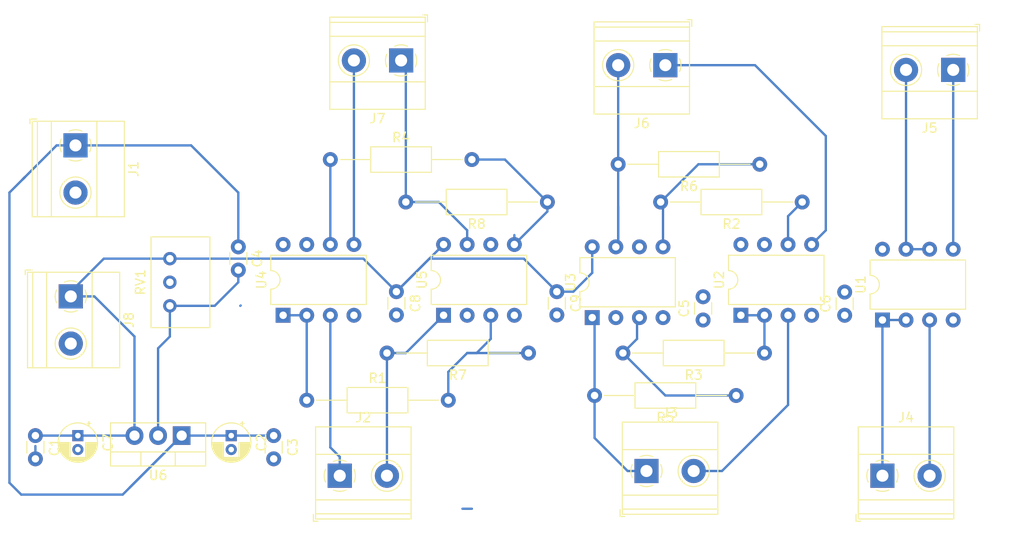
<source format=kicad_pcb>
(kicad_pcb (version 20171130) (host pcbnew "(5.1.9)-1")

  (general
    (thickness 1.6)
    (drawings 0)
    (tracks 103)
    (zones 0)
    (modules 32)
    (nets 25)
  )

  (page A4)
  (layers
    (0 F.Cu signal)
    (31 B.Cu signal)
    (32 B.Adhes user)
    (33 F.Adhes user)
    (34 B.Paste user)
    (35 F.Paste user)
    (36 B.SilkS user)
    (37 F.SilkS user)
    (38 B.Mask user)
    (39 F.Mask user)
    (40 Dwgs.User user)
    (41 Cmts.User user)
    (42 Eco1.User user)
    (43 Eco2.User user)
    (44 Edge.Cuts user)
    (45 Margin user)
    (46 B.CrtYd user)
    (47 F.CrtYd user)
    (48 B.Fab user)
    (49 F.Fab user)
  )

  (setup
    (last_trace_width 0.25)
    (trace_clearance 0.2)
    (zone_clearance 0.508)
    (zone_45_only no)
    (trace_min 0.2)
    (via_size 0.8)
    (via_drill 0.4)
    (via_min_size 0.4)
    (via_min_drill 0.3)
    (uvia_size 0.3)
    (uvia_drill 0.1)
    (uvias_allowed no)
    (uvia_min_size 0.2)
    (uvia_min_drill 0.1)
    (edge_width 0.05)
    (segment_width 0.2)
    (pcb_text_width 0.3)
    (pcb_text_size 1.5 1.5)
    (mod_edge_width 0.12)
    (mod_text_size 1 1)
    (mod_text_width 0.15)
    (pad_size 1.6 1.6)
    (pad_drill 0.8)
    (pad_to_mask_clearance 0)
    (aux_axis_origin 0 0)
    (visible_elements 7FFFFFFF)
    (pcbplotparams
      (layerselection 0x010fc_ffffffff)
      (usegerberextensions false)
      (usegerberattributes true)
      (usegerberadvancedattributes true)
      (creategerberjobfile true)
      (excludeedgelayer true)
      (linewidth 0.100000)
      (plotframeref false)
      (viasonmask false)
      (mode 1)
      (useauxorigin false)
      (hpglpennumber 1)
      (hpglpenspeed 20)
      (hpglpendiameter 15.000000)
      (psnegative false)
      (psa4output false)
      (plotreference true)
      (plotvalue true)
      (plotinvisibletext false)
      (padsonsilk false)
      (subtractmaskfromsilk false)
      (outputformat 1)
      (mirror false)
      (drillshape 1)
      (scaleselection 1)
      (outputdirectory ""))
  )

  (net 0 "")
  (net 1 GND)
  (net 2 +5V)
  (net 3 +12V)
  (net 4 IN_SENSOR4)
  (net 5 OUT_SENSOR4)
  (net 6 OUT_SENSOR1)
  (net 7 IN_SENSOR1)
  (net 8 IN_SENSOR3)
  (net 9 OUT_SENSOR3)
  (net 10 OUT_SENSOR6)
  (net 11 IN_SENSOR6)
  (net 12 IN_SENSOR8)
  (net 13 OUT_SENSOR8)
  (net 14 OUT_SENSOR5)
  (net 15 IN_SENSOR5)
  (net 16 "Net-(R1-Pad2)")
  (net 17 "Net-(R1-Pad1)")
  (net 18 "Net-(R2-Pad2)")
  (net 19 "Net-(R2-Pad1)")
  (net 20 "Net-(R3-Pad1)")
  (net 21 "Net-(R3-Pad2)")
  (net 22 "Net-(R4-Pad1)")
  (net 23 "Net-(R4-Pad2)")
  (net 24 VREF)

  (net_class Default "This is the default net class."
    (clearance 0.2)
    (trace_width 0.25)
    (via_dia 0.8)
    (via_drill 0.4)
    (uvia_dia 0.3)
    (uvia_drill 0.1)
    (add_net +12V)
    (add_net +5V)
    (add_net GND)
    (add_net IN_SENSOR1)
    (add_net IN_SENSOR3)
    (add_net IN_SENSOR4)
    (add_net IN_SENSOR5)
    (add_net IN_SENSOR6)
    (add_net IN_SENSOR8)
    (add_net "Net-(R1-Pad1)")
    (add_net "Net-(R1-Pad2)")
    (add_net "Net-(R2-Pad1)")
    (add_net "Net-(R2-Pad2)")
    (add_net "Net-(R3-Pad1)")
    (add_net "Net-(R3-Pad2)")
    (add_net "Net-(R4-Pad1)")
    (add_net "Net-(R4-Pad2)")
    (add_net OUT_SENSOR1)
    (add_net OUT_SENSOR3)
    (add_net OUT_SENSOR4)
    (add_net OUT_SENSOR5)
    (add_net OUT_SENSOR6)
    (add_net OUT_SENSOR8)
    (add_net VREF)
  )

  (module Package_DIP:DIP-8_W7.62mm (layer F.Cu) (tedit 6012E11F) (tstamp 6015D58C)
    (at 101.854 108.458 90)
    (descr "8-lead though-hole mounted DIP package, row spacing 7.62 mm (300 mils)")
    (tags "THT DIP DIL PDIP 2.54mm 7.62mm 300mil")
    (path /60186DF9)
    (fp_text reference U3 (at 3.81 -2.33 90) (layer F.SilkS)
      (effects (font (size 1 1) (thickness 0.15)))
    )
    (fp_text value LM358 (at 3.81 9.95 90) (layer F.Fab)
      (effects (font (size 1 1) (thickness 0.15)))
    )
    (fp_text user %R (at 3.81 3.81 90) (layer F.Fab)
      (effects (font (size 1 1) (thickness 0.15)))
    )
    (fp_arc (start 3.81 -1.33) (end 2.81 -1.33) (angle -180) (layer F.SilkS) (width 0.12))
    (fp_line (start 1.635 -1.27) (end 6.985 -1.27) (layer F.Fab) (width 0.1))
    (fp_line (start 6.985 -1.27) (end 6.985 8.89) (layer F.Fab) (width 0.1))
    (fp_line (start 6.985 8.89) (end 0.635 8.89) (layer F.Fab) (width 0.1))
    (fp_line (start 0.635 8.89) (end 0.635 -0.27) (layer F.Fab) (width 0.1))
    (fp_line (start 0.635 -0.27) (end 1.635 -1.27) (layer F.Fab) (width 0.1))
    (fp_line (start 2.81 -1.33) (end 1.16 -1.33) (layer F.SilkS) (width 0.12))
    (fp_line (start 1.16 -1.33) (end 1.16 8.95) (layer F.SilkS) (width 0.12))
    (fp_line (start 1.16 8.95) (end 6.46 8.95) (layer F.SilkS) (width 0.12))
    (fp_line (start 6.46 8.95) (end 6.46 -1.33) (layer F.SilkS) (width 0.12))
    (fp_line (start 6.46 -1.33) (end 4.81 -1.33) (layer F.SilkS) (width 0.12))
    (fp_line (start -1.1 -1.55) (end -1.1 9.15) (layer F.CrtYd) (width 0.05))
    (fp_line (start -1.1 9.15) (end 8.7 9.15) (layer F.CrtYd) (width 0.05))
    (fp_line (start 8.7 9.15) (end 8.7 -1.55) (layer F.CrtYd) (width 0.05))
    (fp_line (start 8.7 -1.55) (end -1.1 -1.55) (layer F.CrtYd) (width 0.05))
    (pad 8 thru_hole oval (at 7.62 0 90) (size 1.6 1.6) (drill 0.8) (layers *.Cu *.Mask)
      (net 2 +5V))
    (pad 4 thru_hole oval (at 0 7.62 90) (size 1.6 1.6) (drill 0.8) (layers *.Cu *.Mask))
    (pad 7 thru_hole oval (at 7.62 2.54 90) (size 1.6 1.6) (drill 0.8) (layers *.Cu *.Mask)
      (net 13 OUT_SENSOR8))
    (pad 3 thru_hole oval (at 0 5.08 90) (size 1.6 1.6) (drill 0.8) (layers *.Cu *.Mask)
      (net 21 "Net-(R3-Pad2)"))
    (pad 6 thru_hole oval (at 7.62 5.08 90) (size 1.6 1.6) (drill 0.8) (layers *.Cu *.Mask)
      (net 24 VREF))
    (pad 2 thru_hole oval (at 0 2.54 90) (size 1.6 1.6) (drill 0.8) (layers *.Cu *.Mask)
      (net 24 VREF))
    (pad 5 thru_hole oval (at 7.62 7.62 90) (size 1.6 1.6) (drill 0.8) (layers *.Cu *.Mask)
      (net 18 "Net-(R2-Pad2)"))
    (pad 1 thru_hole rect (at 0 0 90) (size 1.6 1.6) (drill 0.8) (layers *.Cu *.Mask)
      (net 6 OUT_SENSOR1))
    (model ${KISYS3DMOD}/Package_DIP.3dshapes/DIP-8_W7.62mm.wrl
      (at (xyz 0 0 0))
      (scale (xyz 1 1 1))
      (rotate (xyz 0 0 0))
    )
  )

  (module Potentiometer_THT:Potentiometer_Bourns_3299W_Vertical (layer F.Cu) (tedit 5A3D4994) (tstamp 60134E34)
    (at 56.388 102.108 90)
    (descr "Potentiometer, vertical, Bourns 3299W, https://www.bourns.com/pdfs/3299.pdf")
    (tags "Potentiometer vertical Bourns 3299W")
    (path /601305E9)
    (fp_text reference RV1 (at -2.54 -3.16 90) (layer F.SilkS)
      (effects (font (size 1 1) (thickness 0.15)))
    )
    (fp_text value R_POT (at -2.54 5.44 90) (layer F.Fab)
      (effects (font (size 1 1) (thickness 0.15)))
    )
    (fp_text user %R (at -3.175 1.14 90) (layer F.Fab)
      (effects (font (size 1 1) (thickness 0.15)))
    )
    (fp_circle (center 0.955 2.92) (end 2.05 2.92) (layer F.Fab) (width 0.1))
    (fp_line (start -7.305 -1.91) (end -7.305 4.19) (layer F.Fab) (width 0.1))
    (fp_line (start -7.305 4.19) (end 2.225 4.19) (layer F.Fab) (width 0.1))
    (fp_line (start 2.225 4.19) (end 2.225 -1.91) (layer F.Fab) (width 0.1))
    (fp_line (start 2.225 -1.91) (end -7.305 -1.91) (layer F.Fab) (width 0.1))
    (fp_line (start 0.955 4.005) (end 0.956 1.836) (layer F.Fab) (width 0.1))
    (fp_line (start 0.955 4.005) (end 0.956 1.836) (layer F.Fab) (width 0.1))
    (fp_line (start -7.425 -2.03) (end 2.345 -2.03) (layer F.SilkS) (width 0.12))
    (fp_line (start -7.425 4.31) (end 2.345 4.31) (layer F.SilkS) (width 0.12))
    (fp_line (start -7.425 -2.03) (end -7.425 4.31) (layer F.SilkS) (width 0.12))
    (fp_line (start 2.345 -2.03) (end 2.345 4.31) (layer F.SilkS) (width 0.12))
    (fp_line (start -7.6 -2.2) (end -7.6 4.45) (layer F.CrtYd) (width 0.05))
    (fp_line (start -7.6 4.45) (end 2.5 4.45) (layer F.CrtYd) (width 0.05))
    (fp_line (start 2.5 4.45) (end 2.5 -2.2) (layer F.CrtYd) (width 0.05))
    (fp_line (start 2.5 -2.2) (end -7.6 -2.2) (layer F.CrtYd) (width 0.05))
    (pad 3 thru_hole circle (at -5.08 0 90) (size 1.44 1.44) (drill 0.8) (layers *.Cu *.Mask)
      (net 1 GND))
    (pad 2 thru_hole circle (at -2.54 0 90) (size 1.44 1.44) (drill 0.8) (layers *.Cu *.Mask)
      (net 24 VREF))
    (pad 1 thru_hole circle (at 0 0 90) (size 1.44 1.44) (drill 0.8) (layers *.Cu *.Mask)
      (net 2 +5V))
    (model ${KISYS3DMOD}/Potentiometer_THT.3dshapes/Potentiometer_Bourns_3299W_Vertical.wrl
      (at (xyz 0 0 0))
      (scale (xyz 1 1 1))
      (rotate (xyz 0 0 0))
    )
  )

  (module TerminalBlock_Phoenix:TerminalBlock_Phoenix_MKDS-1,5-2-5.08_1x02_P5.08mm_Horizontal (layer F.Cu) (tedit 5B294EBC) (tstamp 60134D60)
    (at 45.72 106.172 270)
    (descr "Terminal Block Phoenix MKDS-1,5-2-5.08, 2 pins, pitch 5.08mm, size 10.2x9.8mm^2, drill diamater 1.3mm, pad diameter 2.6mm, see http://www.farnell.com/datasheets/100425.pdf, script-generated using https://github.com/pointhi/kicad-footprint-generator/scripts/TerminalBlock_Phoenix")
    (tags "THT Terminal Block Phoenix MKDS-1,5-2-5.08 pitch 5.08mm size 10.2x9.8mm^2 drill 1.3mm pad 2.6mm")
    (path /602784D8)
    (fp_text reference J8 (at 2.54 -6.26 90) (layer F.SilkS)
      (effects (font (size 1 1) (thickness 0.15)))
    )
    (fp_text value Conn_01x02_Female (at 2.54 5.66 90) (layer F.Fab)
      (effects (font (size 1 1) (thickness 0.15)))
    )
    (fp_text user %R (at 2.54 3.2 90) (layer F.Fab)
      (effects (font (size 1 1) (thickness 0.15)))
    )
    (fp_arc (start 0 0) (end -0.684 1.535) (angle -25) (layer F.SilkS) (width 0.12))
    (fp_arc (start 0 0) (end -1.535 -0.684) (angle -48) (layer F.SilkS) (width 0.12))
    (fp_arc (start 0 0) (end 0.684 -1.535) (angle -48) (layer F.SilkS) (width 0.12))
    (fp_arc (start 0 0) (end 1.535 0.684) (angle -48) (layer F.SilkS) (width 0.12))
    (fp_arc (start 0 0) (end 0 1.68) (angle -24) (layer F.SilkS) (width 0.12))
    (fp_circle (center 0 0) (end 1.5 0) (layer F.Fab) (width 0.1))
    (fp_circle (center 5.08 0) (end 6.58 0) (layer F.Fab) (width 0.1))
    (fp_circle (center 5.08 0) (end 6.76 0) (layer F.SilkS) (width 0.12))
    (fp_line (start -2.54 -5.2) (end 7.62 -5.2) (layer F.Fab) (width 0.1))
    (fp_line (start 7.62 -5.2) (end 7.62 4.6) (layer F.Fab) (width 0.1))
    (fp_line (start 7.62 4.6) (end -2.04 4.6) (layer F.Fab) (width 0.1))
    (fp_line (start -2.04 4.6) (end -2.54 4.1) (layer F.Fab) (width 0.1))
    (fp_line (start -2.54 4.1) (end -2.54 -5.2) (layer F.Fab) (width 0.1))
    (fp_line (start -2.54 4.1) (end 7.62 4.1) (layer F.Fab) (width 0.1))
    (fp_line (start -2.6 4.1) (end 7.68 4.1) (layer F.SilkS) (width 0.12))
    (fp_line (start -2.54 2.6) (end 7.62 2.6) (layer F.Fab) (width 0.1))
    (fp_line (start -2.6 2.6) (end 7.68 2.6) (layer F.SilkS) (width 0.12))
    (fp_line (start -2.54 -2.3) (end 7.62 -2.3) (layer F.Fab) (width 0.1))
    (fp_line (start -2.6 -2.301) (end 7.68 -2.301) (layer F.SilkS) (width 0.12))
    (fp_line (start -2.6 -5.261) (end 7.68 -5.261) (layer F.SilkS) (width 0.12))
    (fp_line (start -2.6 4.66) (end 7.68 4.66) (layer F.SilkS) (width 0.12))
    (fp_line (start -2.6 -5.261) (end -2.6 4.66) (layer F.SilkS) (width 0.12))
    (fp_line (start 7.68 -5.261) (end 7.68 4.66) (layer F.SilkS) (width 0.12))
    (fp_line (start 1.138 -0.955) (end -0.955 1.138) (layer F.Fab) (width 0.1))
    (fp_line (start 0.955 -1.138) (end -1.138 0.955) (layer F.Fab) (width 0.1))
    (fp_line (start 6.218 -0.955) (end 4.126 1.138) (layer F.Fab) (width 0.1))
    (fp_line (start 6.035 -1.138) (end 3.943 0.955) (layer F.Fab) (width 0.1))
    (fp_line (start 6.355 -1.069) (end 6.308 -1.023) (layer F.SilkS) (width 0.12))
    (fp_line (start 4.046 1.239) (end 4.011 1.274) (layer F.SilkS) (width 0.12))
    (fp_line (start 6.15 -1.275) (end 6.115 -1.239) (layer F.SilkS) (width 0.12))
    (fp_line (start 3.853 1.023) (end 3.806 1.069) (layer F.SilkS) (width 0.12))
    (fp_line (start -2.84 4.16) (end -2.84 4.9) (layer F.SilkS) (width 0.12))
    (fp_line (start -2.84 4.9) (end -2.34 4.9) (layer F.SilkS) (width 0.12))
    (fp_line (start -3.04 -5.71) (end -3.04 5.1) (layer F.CrtYd) (width 0.05))
    (fp_line (start -3.04 5.1) (end 8.13 5.1) (layer F.CrtYd) (width 0.05))
    (fp_line (start 8.13 5.1) (end 8.13 -5.71) (layer F.CrtYd) (width 0.05))
    (fp_line (start 8.13 -5.71) (end -3.04 -5.71) (layer F.CrtYd) (width 0.05))
    (pad 2 thru_hole circle (at 5.08 0 270) (size 2.6 2.6) (drill 1.3) (layers *.Cu *.Mask)
      (net 1 GND))
    (pad 1 thru_hole rect (at 0 0 270) (size 2.6 2.6) (drill 1.3) (layers *.Cu *.Mask)
      (net 2 +5V))
    (model ${KISYS3DMOD}/TerminalBlock_Phoenix.3dshapes/TerminalBlock_Phoenix_MKDS-1,5-2-5.08_1x02_P5.08mm_Horizontal.wrl
      (at (xyz 0 0 0))
      (scale (xyz 1 1 1))
      (rotate (xyz 0 0 0))
    )
  )

  (module TerminalBlock_Phoenix:TerminalBlock_Phoenix_MKDS-1,5-2-5.08_1x02_P5.08mm_Horizontal (layer F.Cu) (tedit 5B294EBC) (tstamp 60134D2D)
    (at 81.28 80.772 180)
    (descr "Terminal Block Phoenix MKDS-1,5-2-5.08, 2 pins, pitch 5.08mm, size 10.2x9.8mm^2, drill diamater 1.3mm, pad diameter 2.6mm, see http://www.farnell.com/datasheets/100425.pdf, script-generated using https://github.com/pointhi/kicad-footprint-generator/scripts/TerminalBlock_Phoenix")
    (tags "THT Terminal Block Phoenix MKDS-1,5-2-5.08 pitch 5.08mm size 10.2x9.8mm^2 drill 1.3mm pad 2.6mm")
    (path /60274DE2)
    (fp_text reference J7 (at 2.54 -6.26) (layer F.SilkS)
      (effects (font (size 1 1) (thickness 0.15)))
    )
    (fp_text value Conn_01x02_Female (at 2.54 5.66) (layer F.Fab)
      (effects (font (size 1 1) (thickness 0.15)))
    )
    (fp_text user %R (at 2.54 3.2) (layer F.Fab)
      (effects (font (size 1 1) (thickness 0.15)))
    )
    (fp_arc (start 0 0) (end -0.684 1.535) (angle -25) (layer F.SilkS) (width 0.12))
    (fp_arc (start 0 0) (end -1.535 -0.684) (angle -48) (layer F.SilkS) (width 0.12))
    (fp_arc (start 0 0) (end 0.684 -1.535) (angle -48) (layer F.SilkS) (width 0.12))
    (fp_arc (start 0 0) (end 1.535 0.684) (angle -48) (layer F.SilkS) (width 0.12))
    (fp_arc (start 0 0) (end 0 1.68) (angle -24) (layer F.SilkS) (width 0.12))
    (fp_circle (center 0 0) (end 1.5 0) (layer F.Fab) (width 0.1))
    (fp_circle (center 5.08 0) (end 6.58 0) (layer F.Fab) (width 0.1))
    (fp_circle (center 5.08 0) (end 6.76 0) (layer F.SilkS) (width 0.12))
    (fp_line (start -2.54 -5.2) (end 7.62 -5.2) (layer F.Fab) (width 0.1))
    (fp_line (start 7.62 -5.2) (end 7.62 4.6) (layer F.Fab) (width 0.1))
    (fp_line (start 7.62 4.6) (end -2.04 4.6) (layer F.Fab) (width 0.1))
    (fp_line (start -2.04 4.6) (end -2.54 4.1) (layer F.Fab) (width 0.1))
    (fp_line (start -2.54 4.1) (end -2.54 -5.2) (layer F.Fab) (width 0.1))
    (fp_line (start -2.54 4.1) (end 7.62 4.1) (layer F.Fab) (width 0.1))
    (fp_line (start -2.6 4.1) (end 7.68 4.1) (layer F.SilkS) (width 0.12))
    (fp_line (start -2.54 2.6) (end 7.62 2.6) (layer F.Fab) (width 0.1))
    (fp_line (start -2.6 2.6) (end 7.68 2.6) (layer F.SilkS) (width 0.12))
    (fp_line (start -2.54 -2.3) (end 7.62 -2.3) (layer F.Fab) (width 0.1))
    (fp_line (start -2.6 -2.301) (end 7.68 -2.301) (layer F.SilkS) (width 0.12))
    (fp_line (start -2.6 -5.261) (end 7.68 -5.261) (layer F.SilkS) (width 0.12))
    (fp_line (start -2.6 4.66) (end 7.68 4.66) (layer F.SilkS) (width 0.12))
    (fp_line (start -2.6 -5.261) (end -2.6 4.66) (layer F.SilkS) (width 0.12))
    (fp_line (start 7.68 -5.261) (end 7.68 4.66) (layer F.SilkS) (width 0.12))
    (fp_line (start 1.138 -0.955) (end -0.955 1.138) (layer F.Fab) (width 0.1))
    (fp_line (start 0.955 -1.138) (end -1.138 0.955) (layer F.Fab) (width 0.1))
    (fp_line (start 6.218 -0.955) (end 4.126 1.138) (layer F.Fab) (width 0.1))
    (fp_line (start 6.035 -1.138) (end 3.943 0.955) (layer F.Fab) (width 0.1))
    (fp_line (start 6.355 -1.069) (end 6.308 -1.023) (layer F.SilkS) (width 0.12))
    (fp_line (start 4.046 1.239) (end 4.011 1.274) (layer F.SilkS) (width 0.12))
    (fp_line (start 6.15 -1.275) (end 6.115 -1.239) (layer F.SilkS) (width 0.12))
    (fp_line (start 3.853 1.023) (end 3.806 1.069) (layer F.SilkS) (width 0.12))
    (fp_line (start -2.84 4.16) (end -2.84 4.9) (layer F.SilkS) (width 0.12))
    (fp_line (start -2.84 4.9) (end -2.34 4.9) (layer F.SilkS) (width 0.12))
    (fp_line (start -3.04 -5.71) (end -3.04 5.1) (layer F.CrtYd) (width 0.05))
    (fp_line (start -3.04 5.1) (end 8.13 5.1) (layer F.CrtYd) (width 0.05))
    (fp_line (start 8.13 5.1) (end 8.13 -5.71) (layer F.CrtYd) (width 0.05))
    (fp_line (start 8.13 -5.71) (end -3.04 -5.71) (layer F.CrtYd) (width 0.05))
    (pad 2 thru_hole circle (at 5.08 0 180) (size 2.6 2.6) (drill 1.3) (layers *.Cu *.Mask)
      (net 15 IN_SENSOR5))
    (pad 1 thru_hole rect (at 0 0 180) (size 2.6 2.6) (drill 1.3) (layers *.Cu *.Mask)
      (net 14 OUT_SENSOR5))
    (model ${KISYS3DMOD}/TerminalBlock_Phoenix.3dshapes/TerminalBlock_Phoenix_MKDS-1,5-2-5.08_1x02_P5.08mm_Horizontal.wrl
      (at (xyz 0 0 0))
      (scale (xyz 1 1 1))
      (rotate (xyz 0 0 0))
    )
  )

  (module TerminalBlock_Phoenix:TerminalBlock_Phoenix_MKDS-1,5-2-5.08_1x02_P5.08mm_Horizontal (layer F.Cu) (tedit 5B294EBC) (tstamp 60134CFA)
    (at 109.728 81.28 180)
    (descr "Terminal Block Phoenix MKDS-1,5-2-5.08, 2 pins, pitch 5.08mm, size 10.2x9.8mm^2, drill diamater 1.3mm, pad diameter 2.6mm, see http://www.farnell.com/datasheets/100425.pdf, script-generated using https://github.com/pointhi/kicad-footprint-generator/scripts/TerminalBlock_Phoenix")
    (tags "THT Terminal Block Phoenix MKDS-1,5-2-5.08 pitch 5.08mm size 10.2x9.8mm^2 drill 1.3mm pad 2.6mm")
    (path /60271705)
    (fp_text reference J6 (at 2.54 -6.26) (layer F.SilkS)
      (effects (font (size 1 1) (thickness 0.15)))
    )
    (fp_text value Conn_01x02_Female (at 2.54 5.66) (layer F.Fab)
      (effects (font (size 1 1) (thickness 0.15)))
    )
    (fp_text user %R (at 2.54 3.2) (layer F.Fab)
      (effects (font (size 1 1) (thickness 0.15)))
    )
    (fp_arc (start 0 0) (end -0.684 1.535) (angle -25) (layer F.SilkS) (width 0.12))
    (fp_arc (start 0 0) (end -1.535 -0.684) (angle -48) (layer F.SilkS) (width 0.12))
    (fp_arc (start 0 0) (end 0.684 -1.535) (angle -48) (layer F.SilkS) (width 0.12))
    (fp_arc (start 0 0) (end 1.535 0.684) (angle -48) (layer F.SilkS) (width 0.12))
    (fp_arc (start 0 0) (end 0 1.68) (angle -24) (layer F.SilkS) (width 0.12))
    (fp_circle (center 0 0) (end 1.5 0) (layer F.Fab) (width 0.1))
    (fp_circle (center 5.08 0) (end 6.58 0) (layer F.Fab) (width 0.1))
    (fp_circle (center 5.08 0) (end 6.76 0) (layer F.SilkS) (width 0.12))
    (fp_line (start -2.54 -5.2) (end 7.62 -5.2) (layer F.Fab) (width 0.1))
    (fp_line (start 7.62 -5.2) (end 7.62 4.6) (layer F.Fab) (width 0.1))
    (fp_line (start 7.62 4.6) (end -2.04 4.6) (layer F.Fab) (width 0.1))
    (fp_line (start -2.04 4.6) (end -2.54 4.1) (layer F.Fab) (width 0.1))
    (fp_line (start -2.54 4.1) (end -2.54 -5.2) (layer F.Fab) (width 0.1))
    (fp_line (start -2.54 4.1) (end 7.62 4.1) (layer F.Fab) (width 0.1))
    (fp_line (start -2.6 4.1) (end 7.68 4.1) (layer F.SilkS) (width 0.12))
    (fp_line (start -2.54 2.6) (end 7.62 2.6) (layer F.Fab) (width 0.1))
    (fp_line (start -2.6 2.6) (end 7.68 2.6) (layer F.SilkS) (width 0.12))
    (fp_line (start -2.54 -2.3) (end 7.62 -2.3) (layer F.Fab) (width 0.1))
    (fp_line (start -2.6 -2.301) (end 7.68 -2.301) (layer F.SilkS) (width 0.12))
    (fp_line (start -2.6 -5.261) (end 7.68 -5.261) (layer F.SilkS) (width 0.12))
    (fp_line (start -2.6 4.66) (end 7.68 4.66) (layer F.SilkS) (width 0.12))
    (fp_line (start -2.6 -5.261) (end -2.6 4.66) (layer F.SilkS) (width 0.12))
    (fp_line (start 7.68 -5.261) (end 7.68 4.66) (layer F.SilkS) (width 0.12))
    (fp_line (start 1.138 -0.955) (end -0.955 1.138) (layer F.Fab) (width 0.1))
    (fp_line (start 0.955 -1.138) (end -1.138 0.955) (layer F.Fab) (width 0.1))
    (fp_line (start 6.218 -0.955) (end 4.126 1.138) (layer F.Fab) (width 0.1))
    (fp_line (start 6.035 -1.138) (end 3.943 0.955) (layer F.Fab) (width 0.1))
    (fp_line (start 6.355 -1.069) (end 6.308 -1.023) (layer F.SilkS) (width 0.12))
    (fp_line (start 4.046 1.239) (end 4.011 1.274) (layer F.SilkS) (width 0.12))
    (fp_line (start 6.15 -1.275) (end 6.115 -1.239) (layer F.SilkS) (width 0.12))
    (fp_line (start 3.853 1.023) (end 3.806 1.069) (layer F.SilkS) (width 0.12))
    (fp_line (start -2.84 4.16) (end -2.84 4.9) (layer F.SilkS) (width 0.12))
    (fp_line (start -2.84 4.9) (end -2.34 4.9) (layer F.SilkS) (width 0.12))
    (fp_line (start -3.04 -5.71) (end -3.04 5.1) (layer F.CrtYd) (width 0.05))
    (fp_line (start -3.04 5.1) (end 8.13 5.1) (layer F.CrtYd) (width 0.05))
    (fp_line (start 8.13 5.1) (end 8.13 -5.71) (layer F.CrtYd) (width 0.05))
    (fp_line (start 8.13 -5.71) (end -3.04 -5.71) (layer F.CrtYd) (width 0.05))
    (pad 2 thru_hole circle (at 5.08 0 180) (size 2.6 2.6) (drill 1.3) (layers *.Cu *.Mask)
      (net 13 OUT_SENSOR8))
    (pad 1 thru_hole rect (at 0 0 180) (size 2.6 2.6) (drill 1.3) (layers *.Cu *.Mask)
      (net 12 IN_SENSOR8))
    (model ${KISYS3DMOD}/TerminalBlock_Phoenix.3dshapes/TerminalBlock_Phoenix_MKDS-1,5-2-5.08_1x02_P5.08mm_Horizontal.wrl
      (at (xyz 0 0 0))
      (scale (xyz 1 1 1))
      (rotate (xyz 0 0 0))
    )
  )

  (module TerminalBlock_Phoenix:TerminalBlock_Phoenix_MKDS-1,5-2-5.08_1x02_P5.08mm_Horizontal (layer F.Cu) (tedit 5B294EBC) (tstamp 60134CC7)
    (at 140.716 81.788 180)
    (descr "Terminal Block Phoenix MKDS-1,5-2-5.08, 2 pins, pitch 5.08mm, size 10.2x9.8mm^2, drill diamater 1.3mm, pad diameter 2.6mm, see http://www.farnell.com/datasheets/100425.pdf, script-generated using https://github.com/pointhi/kicad-footprint-generator/scripts/TerminalBlock_Phoenix")
    (tags "THT Terminal Block Phoenix MKDS-1,5-2-5.08 pitch 5.08mm size 10.2x9.8mm^2 drill 1.3mm pad 2.6mm")
    (path /6026E726)
    (fp_text reference J5 (at 2.54 -6.26) (layer F.SilkS)
      (effects (font (size 1 1) (thickness 0.15)))
    )
    (fp_text value Conn_01x02_Female (at 2.54 5.66) (layer F.Fab)
      (effects (font (size 1 1) (thickness 0.15)))
    )
    (fp_text user %R (at 2.54 3.2) (layer F.Fab)
      (effects (font (size 1 1) (thickness 0.15)))
    )
    (fp_arc (start 0 0) (end -0.684 1.535) (angle -25) (layer F.SilkS) (width 0.12))
    (fp_arc (start 0 0) (end -1.535 -0.684) (angle -48) (layer F.SilkS) (width 0.12))
    (fp_arc (start 0 0) (end 0.684 -1.535) (angle -48) (layer F.SilkS) (width 0.12))
    (fp_arc (start 0 0) (end 1.535 0.684) (angle -48) (layer F.SilkS) (width 0.12))
    (fp_arc (start 0 0) (end 0 1.68) (angle -24) (layer F.SilkS) (width 0.12))
    (fp_circle (center 0 0) (end 1.5 0) (layer F.Fab) (width 0.1))
    (fp_circle (center 5.08 0) (end 6.58 0) (layer F.Fab) (width 0.1))
    (fp_circle (center 5.08 0) (end 6.76 0) (layer F.SilkS) (width 0.12))
    (fp_line (start -2.54 -5.2) (end 7.62 -5.2) (layer F.Fab) (width 0.1))
    (fp_line (start 7.62 -5.2) (end 7.62 4.6) (layer F.Fab) (width 0.1))
    (fp_line (start 7.62 4.6) (end -2.04 4.6) (layer F.Fab) (width 0.1))
    (fp_line (start -2.04 4.6) (end -2.54 4.1) (layer F.Fab) (width 0.1))
    (fp_line (start -2.54 4.1) (end -2.54 -5.2) (layer F.Fab) (width 0.1))
    (fp_line (start -2.54 4.1) (end 7.62 4.1) (layer F.Fab) (width 0.1))
    (fp_line (start -2.6 4.1) (end 7.68 4.1) (layer F.SilkS) (width 0.12))
    (fp_line (start -2.54 2.6) (end 7.62 2.6) (layer F.Fab) (width 0.1))
    (fp_line (start -2.6 2.6) (end 7.68 2.6) (layer F.SilkS) (width 0.12))
    (fp_line (start -2.54 -2.3) (end 7.62 -2.3) (layer F.Fab) (width 0.1))
    (fp_line (start -2.6 -2.301) (end 7.68 -2.301) (layer F.SilkS) (width 0.12))
    (fp_line (start -2.6 -5.261) (end 7.68 -5.261) (layer F.SilkS) (width 0.12))
    (fp_line (start -2.6 4.66) (end 7.68 4.66) (layer F.SilkS) (width 0.12))
    (fp_line (start -2.6 -5.261) (end -2.6 4.66) (layer F.SilkS) (width 0.12))
    (fp_line (start 7.68 -5.261) (end 7.68 4.66) (layer F.SilkS) (width 0.12))
    (fp_line (start 1.138 -0.955) (end -0.955 1.138) (layer F.Fab) (width 0.1))
    (fp_line (start 0.955 -1.138) (end -1.138 0.955) (layer F.Fab) (width 0.1))
    (fp_line (start 6.218 -0.955) (end 4.126 1.138) (layer F.Fab) (width 0.1))
    (fp_line (start 6.035 -1.138) (end 3.943 0.955) (layer F.Fab) (width 0.1))
    (fp_line (start 6.355 -1.069) (end 6.308 -1.023) (layer F.SilkS) (width 0.12))
    (fp_line (start 4.046 1.239) (end 4.011 1.274) (layer F.SilkS) (width 0.12))
    (fp_line (start 6.15 -1.275) (end 6.115 -1.239) (layer F.SilkS) (width 0.12))
    (fp_line (start 3.853 1.023) (end 3.806 1.069) (layer F.SilkS) (width 0.12))
    (fp_line (start -2.84 4.16) (end -2.84 4.9) (layer F.SilkS) (width 0.12))
    (fp_line (start -2.84 4.9) (end -2.34 4.9) (layer F.SilkS) (width 0.12))
    (fp_line (start -3.04 -5.71) (end -3.04 5.1) (layer F.CrtYd) (width 0.05))
    (fp_line (start -3.04 5.1) (end 8.13 5.1) (layer F.CrtYd) (width 0.05))
    (fp_line (start 8.13 5.1) (end 8.13 -5.71) (layer F.CrtYd) (width 0.05))
    (fp_line (start 8.13 -5.71) (end -3.04 -5.71) (layer F.CrtYd) (width 0.05))
    (pad 2 thru_hole circle (at 5.08 0 180) (size 2.6 2.6) (drill 1.3) (layers *.Cu *.Mask)
      (net 10 OUT_SENSOR6))
    (pad 1 thru_hole rect (at 0 0 180) (size 2.6 2.6) (drill 1.3) (layers *.Cu *.Mask)
      (net 11 IN_SENSOR6))
    (model ${KISYS3DMOD}/TerminalBlock_Phoenix.3dshapes/TerminalBlock_Phoenix_MKDS-1,5-2-5.08_1x02_P5.08mm_Horizontal.wrl
      (at (xyz 0 0 0))
      (scale (xyz 1 1 1))
      (rotate (xyz 0 0 0))
    )
  )

  (module TerminalBlock_Phoenix:TerminalBlock_Phoenix_MKDS-1,5-2-5.08_1x02_P5.08mm_Horizontal (layer F.Cu) (tedit 5B294EBC) (tstamp 60134C94)
    (at 133.096 125.476)
    (descr "Terminal Block Phoenix MKDS-1,5-2-5.08, 2 pins, pitch 5.08mm, size 10.2x9.8mm^2, drill diamater 1.3mm, pad diameter 2.6mm, see http://www.farnell.com/datasheets/100425.pdf, script-generated using https://github.com/pointhi/kicad-footprint-generator/scripts/TerminalBlock_Phoenix")
    (tags "THT Terminal Block Phoenix MKDS-1,5-2-5.08 pitch 5.08mm size 10.2x9.8mm^2 drill 1.3mm pad 2.6mm")
    (path /6026B9A7)
    (fp_text reference J4 (at 2.54 -6.26) (layer F.SilkS)
      (effects (font (size 1 1) (thickness 0.15)))
    )
    (fp_text value Conn_01x02_Female (at 2.54 5.66) (layer F.Fab)
      (effects (font (size 1 1) (thickness 0.15)))
    )
    (fp_text user %R (at 2.54 3.2) (layer F.Fab)
      (effects (font (size 1 1) (thickness 0.15)))
    )
    (fp_arc (start 0 0) (end -0.684 1.535) (angle -25) (layer F.SilkS) (width 0.12))
    (fp_arc (start 0 0) (end -1.535 -0.684) (angle -48) (layer F.SilkS) (width 0.12))
    (fp_arc (start 0 0) (end 0.684 -1.535) (angle -48) (layer F.SilkS) (width 0.12))
    (fp_arc (start 0 0) (end 1.535 0.684) (angle -48) (layer F.SilkS) (width 0.12))
    (fp_arc (start 0 0) (end 0 1.68) (angle -24) (layer F.SilkS) (width 0.12))
    (fp_circle (center 0 0) (end 1.5 0) (layer F.Fab) (width 0.1))
    (fp_circle (center 5.08 0) (end 6.58 0) (layer F.Fab) (width 0.1))
    (fp_circle (center 5.08 0) (end 6.76 0) (layer F.SilkS) (width 0.12))
    (fp_line (start -2.54 -5.2) (end 7.62 -5.2) (layer F.Fab) (width 0.1))
    (fp_line (start 7.62 -5.2) (end 7.62 4.6) (layer F.Fab) (width 0.1))
    (fp_line (start 7.62 4.6) (end -2.04 4.6) (layer F.Fab) (width 0.1))
    (fp_line (start -2.04 4.6) (end -2.54 4.1) (layer F.Fab) (width 0.1))
    (fp_line (start -2.54 4.1) (end -2.54 -5.2) (layer F.Fab) (width 0.1))
    (fp_line (start -2.54 4.1) (end 7.62 4.1) (layer F.Fab) (width 0.1))
    (fp_line (start -2.6 4.1) (end 7.68 4.1) (layer F.SilkS) (width 0.12))
    (fp_line (start -2.54 2.6) (end 7.62 2.6) (layer F.Fab) (width 0.1))
    (fp_line (start -2.6 2.6) (end 7.68 2.6) (layer F.SilkS) (width 0.12))
    (fp_line (start -2.54 -2.3) (end 7.62 -2.3) (layer F.Fab) (width 0.1))
    (fp_line (start -2.6 -2.301) (end 7.68 -2.301) (layer F.SilkS) (width 0.12))
    (fp_line (start -2.6 -5.261) (end 7.68 -5.261) (layer F.SilkS) (width 0.12))
    (fp_line (start -2.6 4.66) (end 7.68 4.66) (layer F.SilkS) (width 0.12))
    (fp_line (start -2.6 -5.261) (end -2.6 4.66) (layer F.SilkS) (width 0.12))
    (fp_line (start 7.68 -5.261) (end 7.68 4.66) (layer F.SilkS) (width 0.12))
    (fp_line (start 1.138 -0.955) (end -0.955 1.138) (layer F.Fab) (width 0.1))
    (fp_line (start 0.955 -1.138) (end -1.138 0.955) (layer F.Fab) (width 0.1))
    (fp_line (start 6.218 -0.955) (end 4.126 1.138) (layer F.Fab) (width 0.1))
    (fp_line (start 6.035 -1.138) (end 3.943 0.955) (layer F.Fab) (width 0.1))
    (fp_line (start 6.355 -1.069) (end 6.308 -1.023) (layer F.SilkS) (width 0.12))
    (fp_line (start 4.046 1.239) (end 4.011 1.274) (layer F.SilkS) (width 0.12))
    (fp_line (start 6.15 -1.275) (end 6.115 -1.239) (layer F.SilkS) (width 0.12))
    (fp_line (start 3.853 1.023) (end 3.806 1.069) (layer F.SilkS) (width 0.12))
    (fp_line (start -2.84 4.16) (end -2.84 4.9) (layer F.SilkS) (width 0.12))
    (fp_line (start -2.84 4.9) (end -2.34 4.9) (layer F.SilkS) (width 0.12))
    (fp_line (start -3.04 -5.71) (end -3.04 5.1) (layer F.CrtYd) (width 0.05))
    (fp_line (start -3.04 5.1) (end 8.13 5.1) (layer F.CrtYd) (width 0.05))
    (fp_line (start 8.13 5.1) (end 8.13 -5.71) (layer F.CrtYd) (width 0.05))
    (fp_line (start 8.13 -5.71) (end -3.04 -5.71) (layer F.CrtYd) (width 0.05))
    (pad 2 thru_hole circle (at 5.08 0) (size 2.6 2.6) (drill 1.3) (layers *.Cu *.Mask)
      (net 8 IN_SENSOR3))
    (pad 1 thru_hole rect (at 0 0) (size 2.6 2.6) (drill 1.3) (layers *.Cu *.Mask)
      (net 9 OUT_SENSOR3))
    (model ${KISYS3DMOD}/TerminalBlock_Phoenix.3dshapes/TerminalBlock_Phoenix_MKDS-1,5-2-5.08_1x02_P5.08mm_Horizontal.wrl
      (at (xyz 0 0 0))
      (scale (xyz 1 1 1))
      (rotate (xyz 0 0 0))
    )
  )

  (module TerminalBlock_Phoenix:TerminalBlock_Phoenix_MKDS-1,5-2-5.08_1x02_P5.08mm_Horizontal (layer F.Cu) (tedit 5B294EBC) (tstamp 60134C61)
    (at 107.696 124.968)
    (descr "Terminal Block Phoenix MKDS-1,5-2-5.08, 2 pins, pitch 5.08mm, size 10.2x9.8mm^2, drill diamater 1.3mm, pad diameter 2.6mm, see http://www.farnell.com/datasheets/100425.pdf, script-generated using https://github.com/pointhi/kicad-footprint-generator/scripts/TerminalBlock_Phoenix")
    (tags "THT Terminal Block Phoenix MKDS-1,5-2-5.08 pitch 5.08mm size 10.2x9.8mm^2 drill 1.3mm pad 2.6mm")
    (path /60251F41)
    (fp_text reference J3 (at 2.54 -6.26) (layer F.SilkS)
      (effects (font (size 1 1) (thickness 0.15)))
    )
    (fp_text value Conn_01x02_Female (at 2.54 5.66) (layer F.Fab)
      (effects (font (size 1 1) (thickness 0.15)))
    )
    (fp_text user %R (at 2.54 3.2) (layer F.Fab)
      (effects (font (size 1 1) (thickness 0.15)))
    )
    (fp_arc (start 0 0) (end -0.684 1.535) (angle -25) (layer F.SilkS) (width 0.12))
    (fp_arc (start 0 0) (end -1.535 -0.684) (angle -48) (layer F.SilkS) (width 0.12))
    (fp_arc (start 0 0) (end 0.684 -1.535) (angle -48) (layer F.SilkS) (width 0.12))
    (fp_arc (start 0 0) (end 1.535 0.684) (angle -48) (layer F.SilkS) (width 0.12))
    (fp_arc (start 0 0) (end 0 1.68) (angle -24) (layer F.SilkS) (width 0.12))
    (fp_circle (center 0 0) (end 1.5 0) (layer F.Fab) (width 0.1))
    (fp_circle (center 5.08 0) (end 6.58 0) (layer F.Fab) (width 0.1))
    (fp_circle (center 5.08 0) (end 6.76 0) (layer F.SilkS) (width 0.12))
    (fp_line (start -2.54 -5.2) (end 7.62 -5.2) (layer F.Fab) (width 0.1))
    (fp_line (start 7.62 -5.2) (end 7.62 4.6) (layer F.Fab) (width 0.1))
    (fp_line (start 7.62 4.6) (end -2.04 4.6) (layer F.Fab) (width 0.1))
    (fp_line (start -2.04 4.6) (end -2.54 4.1) (layer F.Fab) (width 0.1))
    (fp_line (start -2.54 4.1) (end -2.54 -5.2) (layer F.Fab) (width 0.1))
    (fp_line (start -2.54 4.1) (end 7.62 4.1) (layer F.Fab) (width 0.1))
    (fp_line (start -2.6 4.1) (end 7.68 4.1) (layer F.SilkS) (width 0.12))
    (fp_line (start -2.54 2.6) (end 7.62 2.6) (layer F.Fab) (width 0.1))
    (fp_line (start -2.6 2.6) (end 7.68 2.6) (layer F.SilkS) (width 0.12))
    (fp_line (start -2.54 -2.3) (end 7.62 -2.3) (layer F.Fab) (width 0.1))
    (fp_line (start -2.6 -2.301) (end 7.68 -2.301) (layer F.SilkS) (width 0.12))
    (fp_line (start -2.6 -5.261) (end 7.68 -5.261) (layer F.SilkS) (width 0.12))
    (fp_line (start -2.6 4.66) (end 7.68 4.66) (layer F.SilkS) (width 0.12))
    (fp_line (start -2.6 -5.261) (end -2.6 4.66) (layer F.SilkS) (width 0.12))
    (fp_line (start 7.68 -5.261) (end 7.68 4.66) (layer F.SilkS) (width 0.12))
    (fp_line (start 1.138 -0.955) (end -0.955 1.138) (layer F.Fab) (width 0.1))
    (fp_line (start 0.955 -1.138) (end -1.138 0.955) (layer F.Fab) (width 0.1))
    (fp_line (start 6.218 -0.955) (end 4.126 1.138) (layer F.Fab) (width 0.1))
    (fp_line (start 6.035 -1.138) (end 3.943 0.955) (layer F.Fab) (width 0.1))
    (fp_line (start 6.355 -1.069) (end 6.308 -1.023) (layer F.SilkS) (width 0.12))
    (fp_line (start 4.046 1.239) (end 4.011 1.274) (layer F.SilkS) (width 0.12))
    (fp_line (start 6.15 -1.275) (end 6.115 -1.239) (layer F.SilkS) (width 0.12))
    (fp_line (start 3.853 1.023) (end 3.806 1.069) (layer F.SilkS) (width 0.12))
    (fp_line (start -2.84 4.16) (end -2.84 4.9) (layer F.SilkS) (width 0.12))
    (fp_line (start -2.84 4.9) (end -2.34 4.9) (layer F.SilkS) (width 0.12))
    (fp_line (start -3.04 -5.71) (end -3.04 5.1) (layer F.CrtYd) (width 0.05))
    (fp_line (start -3.04 5.1) (end 8.13 5.1) (layer F.CrtYd) (width 0.05))
    (fp_line (start 8.13 5.1) (end 8.13 -5.71) (layer F.CrtYd) (width 0.05))
    (fp_line (start 8.13 -5.71) (end -3.04 -5.71) (layer F.CrtYd) (width 0.05))
    (pad 2 thru_hole circle (at 5.08 0) (size 2.6 2.6) (drill 1.3) (layers *.Cu *.Mask)
      (net 7 IN_SENSOR1))
    (pad 1 thru_hole rect (at 0 0) (size 2.6 2.6) (drill 1.3) (layers *.Cu *.Mask)
      (net 6 OUT_SENSOR1))
    (model ${KISYS3DMOD}/TerminalBlock_Phoenix.3dshapes/TerminalBlock_Phoenix_MKDS-1,5-2-5.08_1x02_P5.08mm_Horizontal.wrl
      (at (xyz 0 0 0))
      (scale (xyz 1 1 1))
      (rotate (xyz 0 0 0))
    )
  )

  (module TerminalBlock_Phoenix:TerminalBlock_Phoenix_MKDS-1,5-2-5.08_1x02_P5.08mm_Horizontal (layer F.Cu) (tedit 5B294EBC) (tstamp 60134C2E)
    (at 74.676 125.476)
    (descr "Terminal Block Phoenix MKDS-1,5-2-5.08, 2 pins, pitch 5.08mm, size 10.2x9.8mm^2, drill diamater 1.3mm, pad diameter 2.6mm, see http://www.farnell.com/datasheets/100425.pdf, script-generated using https://github.com/pointhi/kicad-footprint-generator/scripts/TerminalBlock_Phoenix")
    (tags "THT Terminal Block Phoenix MKDS-1,5-2-5.08 pitch 5.08mm size 10.2x9.8mm^2 drill 1.3mm pad 2.6mm")
    (path /6024A5CB)
    (fp_text reference J2 (at 2.54 -6.26) (layer F.SilkS)
      (effects (font (size 1 1) (thickness 0.15)))
    )
    (fp_text value Conn_01x02_Female (at 2.54 5.66) (layer F.Fab)
      (effects (font (size 1 1) (thickness 0.15)))
    )
    (fp_text user %R (at 2.54 3.2) (layer F.Fab)
      (effects (font (size 1 1) (thickness 0.15)))
    )
    (fp_arc (start 0 0) (end -0.684 1.535) (angle -25) (layer F.SilkS) (width 0.12))
    (fp_arc (start 0 0) (end -1.535 -0.684) (angle -48) (layer F.SilkS) (width 0.12))
    (fp_arc (start 0 0) (end 0.684 -1.535) (angle -48) (layer F.SilkS) (width 0.12))
    (fp_arc (start 0 0) (end 1.535 0.684) (angle -48) (layer F.SilkS) (width 0.12))
    (fp_arc (start 0 0) (end 0 1.68) (angle -24) (layer F.SilkS) (width 0.12))
    (fp_circle (center 0 0) (end 1.5 0) (layer F.Fab) (width 0.1))
    (fp_circle (center 5.08 0) (end 6.58 0) (layer F.Fab) (width 0.1))
    (fp_circle (center 5.08 0) (end 6.76 0) (layer F.SilkS) (width 0.12))
    (fp_line (start -2.54 -5.2) (end 7.62 -5.2) (layer F.Fab) (width 0.1))
    (fp_line (start 7.62 -5.2) (end 7.62 4.6) (layer F.Fab) (width 0.1))
    (fp_line (start 7.62 4.6) (end -2.04 4.6) (layer F.Fab) (width 0.1))
    (fp_line (start -2.04 4.6) (end -2.54 4.1) (layer F.Fab) (width 0.1))
    (fp_line (start -2.54 4.1) (end -2.54 -5.2) (layer F.Fab) (width 0.1))
    (fp_line (start -2.54 4.1) (end 7.62 4.1) (layer F.Fab) (width 0.1))
    (fp_line (start -2.6 4.1) (end 7.68 4.1) (layer F.SilkS) (width 0.12))
    (fp_line (start -2.54 2.6) (end 7.62 2.6) (layer F.Fab) (width 0.1))
    (fp_line (start -2.6 2.6) (end 7.68 2.6) (layer F.SilkS) (width 0.12))
    (fp_line (start -2.54 -2.3) (end 7.62 -2.3) (layer F.Fab) (width 0.1))
    (fp_line (start -2.6 -2.301) (end 7.68 -2.301) (layer F.SilkS) (width 0.12))
    (fp_line (start -2.6 -5.261) (end 7.68 -5.261) (layer F.SilkS) (width 0.12))
    (fp_line (start -2.6 4.66) (end 7.68 4.66) (layer F.SilkS) (width 0.12))
    (fp_line (start -2.6 -5.261) (end -2.6 4.66) (layer F.SilkS) (width 0.12))
    (fp_line (start 7.68 -5.261) (end 7.68 4.66) (layer F.SilkS) (width 0.12))
    (fp_line (start 1.138 -0.955) (end -0.955 1.138) (layer F.Fab) (width 0.1))
    (fp_line (start 0.955 -1.138) (end -1.138 0.955) (layer F.Fab) (width 0.1))
    (fp_line (start 6.218 -0.955) (end 4.126 1.138) (layer F.Fab) (width 0.1))
    (fp_line (start 6.035 -1.138) (end 3.943 0.955) (layer F.Fab) (width 0.1))
    (fp_line (start 6.355 -1.069) (end 6.308 -1.023) (layer F.SilkS) (width 0.12))
    (fp_line (start 4.046 1.239) (end 4.011 1.274) (layer F.SilkS) (width 0.12))
    (fp_line (start 6.15 -1.275) (end 6.115 -1.239) (layer F.SilkS) (width 0.12))
    (fp_line (start 3.853 1.023) (end 3.806 1.069) (layer F.SilkS) (width 0.12))
    (fp_line (start -2.84 4.16) (end -2.84 4.9) (layer F.SilkS) (width 0.12))
    (fp_line (start -2.84 4.9) (end -2.34 4.9) (layer F.SilkS) (width 0.12))
    (fp_line (start -3.04 -5.71) (end -3.04 5.1) (layer F.CrtYd) (width 0.05))
    (fp_line (start -3.04 5.1) (end 8.13 5.1) (layer F.CrtYd) (width 0.05))
    (fp_line (start 8.13 5.1) (end 8.13 -5.71) (layer F.CrtYd) (width 0.05))
    (fp_line (start 8.13 -5.71) (end -3.04 -5.71) (layer F.CrtYd) (width 0.05))
    (pad 2 thru_hole circle (at 5.08 0) (size 2.6 2.6) (drill 1.3) (layers *.Cu *.Mask)
      (net 5 OUT_SENSOR4))
    (pad 1 thru_hole rect (at 0 0) (size 2.6 2.6) (drill 1.3) (layers *.Cu *.Mask)
      (net 4 IN_SENSOR4))
    (model ${KISYS3DMOD}/TerminalBlock_Phoenix.3dshapes/TerminalBlock_Phoenix_MKDS-1,5-2-5.08_1x02_P5.08mm_Horizontal.wrl
      (at (xyz 0 0 0))
      (scale (xyz 1 1 1))
      (rotate (xyz 0 0 0))
    )
  )

  (module TerminalBlock_Phoenix:TerminalBlock_Phoenix_MKDS-1,5-2-5.08_1x02_P5.08mm_Horizontal (layer F.Cu) (tedit 5B294EBC) (tstamp 60134BFB)
    (at 46.228 89.916 270)
    (descr "Terminal Block Phoenix MKDS-1,5-2-5.08, 2 pins, pitch 5.08mm, size 10.2x9.8mm^2, drill diamater 1.3mm, pad diameter 2.6mm, see http://www.farnell.com/datasheets/100425.pdf, script-generated using https://github.com/pointhi/kicad-footprint-generator/scripts/TerminalBlock_Phoenix")
    (tags "THT Terminal Block Phoenix MKDS-1,5-2-5.08 pitch 5.08mm size 10.2x9.8mm^2 drill 1.3mm pad 2.6mm")
    (path /60284344)
    (fp_text reference J1 (at 2.54 -6.26 90) (layer F.SilkS)
      (effects (font (size 1 1) (thickness 0.15)))
    )
    (fp_text value Conn_01x02_Female (at 2.54 5.66 90) (layer F.Fab)
      (effects (font (size 1 1) (thickness 0.15)))
    )
    (fp_text user %R (at 2.54 3.2 90) (layer F.Fab)
      (effects (font (size 1 1) (thickness 0.15)))
    )
    (fp_arc (start 0 0) (end -0.684 1.535) (angle -25) (layer F.SilkS) (width 0.12))
    (fp_arc (start 0 0) (end -1.535 -0.684) (angle -48) (layer F.SilkS) (width 0.12))
    (fp_arc (start 0 0) (end 0.684 -1.535) (angle -48) (layer F.SilkS) (width 0.12))
    (fp_arc (start 0 0) (end 1.535 0.684) (angle -48) (layer F.SilkS) (width 0.12))
    (fp_arc (start 0 0) (end 0 1.68) (angle -24) (layer F.SilkS) (width 0.12))
    (fp_circle (center 0 0) (end 1.5 0) (layer F.Fab) (width 0.1))
    (fp_circle (center 5.08 0) (end 6.58 0) (layer F.Fab) (width 0.1))
    (fp_circle (center 5.08 0) (end 6.76 0) (layer F.SilkS) (width 0.12))
    (fp_line (start -2.54 -5.2) (end 7.62 -5.2) (layer F.Fab) (width 0.1))
    (fp_line (start 7.62 -5.2) (end 7.62 4.6) (layer F.Fab) (width 0.1))
    (fp_line (start 7.62 4.6) (end -2.04 4.6) (layer F.Fab) (width 0.1))
    (fp_line (start -2.04 4.6) (end -2.54 4.1) (layer F.Fab) (width 0.1))
    (fp_line (start -2.54 4.1) (end -2.54 -5.2) (layer F.Fab) (width 0.1))
    (fp_line (start -2.54 4.1) (end 7.62 4.1) (layer F.Fab) (width 0.1))
    (fp_line (start -2.6 4.1) (end 7.68 4.1) (layer F.SilkS) (width 0.12))
    (fp_line (start -2.54 2.6) (end 7.62 2.6) (layer F.Fab) (width 0.1))
    (fp_line (start -2.6 2.6) (end 7.68 2.6) (layer F.SilkS) (width 0.12))
    (fp_line (start -2.54 -2.3) (end 7.62 -2.3) (layer F.Fab) (width 0.1))
    (fp_line (start -2.6 -2.301) (end 7.68 -2.301) (layer F.SilkS) (width 0.12))
    (fp_line (start -2.6 -5.261) (end 7.68 -5.261) (layer F.SilkS) (width 0.12))
    (fp_line (start -2.6 4.66) (end 7.68 4.66) (layer F.SilkS) (width 0.12))
    (fp_line (start -2.6 -5.261) (end -2.6 4.66) (layer F.SilkS) (width 0.12))
    (fp_line (start 7.68 -5.261) (end 7.68 4.66) (layer F.SilkS) (width 0.12))
    (fp_line (start 1.138 -0.955) (end -0.955 1.138) (layer F.Fab) (width 0.1))
    (fp_line (start 0.955 -1.138) (end -1.138 0.955) (layer F.Fab) (width 0.1))
    (fp_line (start 6.218 -0.955) (end 4.126 1.138) (layer F.Fab) (width 0.1))
    (fp_line (start 6.035 -1.138) (end 3.943 0.955) (layer F.Fab) (width 0.1))
    (fp_line (start 6.355 -1.069) (end 6.308 -1.023) (layer F.SilkS) (width 0.12))
    (fp_line (start 4.046 1.239) (end 4.011 1.274) (layer F.SilkS) (width 0.12))
    (fp_line (start 6.15 -1.275) (end 6.115 -1.239) (layer F.SilkS) (width 0.12))
    (fp_line (start 3.853 1.023) (end 3.806 1.069) (layer F.SilkS) (width 0.12))
    (fp_line (start -2.84 4.16) (end -2.84 4.9) (layer F.SilkS) (width 0.12))
    (fp_line (start -2.84 4.9) (end -2.34 4.9) (layer F.SilkS) (width 0.12))
    (fp_line (start -3.04 -5.71) (end -3.04 5.1) (layer F.CrtYd) (width 0.05))
    (fp_line (start -3.04 5.1) (end 8.13 5.1) (layer F.CrtYd) (width 0.05))
    (fp_line (start 8.13 5.1) (end 8.13 -5.71) (layer F.CrtYd) (width 0.05))
    (fp_line (start 8.13 -5.71) (end -3.04 -5.71) (layer F.CrtYd) (width 0.05))
    (pad 2 thru_hole circle (at 5.08 0 270) (size 2.6 2.6) (drill 1.3) (layers *.Cu *.Mask)
      (net 1 GND))
    (pad 1 thru_hole rect (at 0 0 270) (size 2.6 2.6) (drill 1.3) (layers *.Cu *.Mask)
      (net 3 +12V))
    (model ${KISYS3DMOD}/TerminalBlock_Phoenix.3dshapes/TerminalBlock_Phoenix_MKDS-1,5-2-5.08_1x02_P5.08mm_Horizontal.wrl
      (at (xyz 0 0 0))
      (scale (xyz 1 1 1))
      (rotate (xyz 0 0 0))
    )
  )

  (module Package_DIP:DIP-8_W7.62mm (layer F.Cu) (tedit 6012DAAB) (tstamp 6013B41C)
    (at 85.852 108.204 90)
    (descr "8-lead though-hole mounted DIP package, row spacing 7.62 mm (300 mils)")
    (tags "THT DIP DIL PDIP 2.54mm 7.62mm 300mil")
    (path /60188AD6)
    (fp_text reference U5 (at 3.81 -2.33 90) (layer F.SilkS)
      (effects (font (size 1 1) (thickness 0.15)))
    )
    (fp_text value LM358 (at 3.81 9.95 90) (layer F.Fab)
      (effects (font (size 1 1) (thickness 0.15)))
    )
    (fp_text user %R (at 3.81 3.81 90) (layer F.Fab)
      (effects (font (size 1 1) (thickness 0.15)))
    )
    (fp_arc (start 3.81 -1.33) (end 2.81 -1.33) (angle -180) (layer F.SilkS) (width 0.12))
    (fp_line (start 1.635 -1.27) (end 6.985 -1.27) (layer F.Fab) (width 0.1))
    (fp_line (start 6.985 -1.27) (end 6.985 8.89) (layer F.Fab) (width 0.1))
    (fp_line (start 6.985 8.89) (end 0.635 8.89) (layer F.Fab) (width 0.1))
    (fp_line (start 0.635 8.89) (end 0.635 -0.27) (layer F.Fab) (width 0.1))
    (fp_line (start 0.635 -0.27) (end 1.635 -1.27) (layer F.Fab) (width 0.1))
    (fp_line (start 2.81 -1.33) (end 1.16 -1.33) (layer F.SilkS) (width 0.12))
    (fp_line (start 1.16 -1.33) (end 1.16 8.95) (layer F.SilkS) (width 0.12))
    (fp_line (start 1.16 8.95) (end 6.46 8.95) (layer F.SilkS) (width 0.12))
    (fp_line (start 6.46 8.95) (end 6.46 -1.33) (layer F.SilkS) (width 0.12))
    (fp_line (start 6.46 -1.33) (end 4.81 -1.33) (layer F.SilkS) (width 0.12))
    (fp_line (start -1.1 -1.55) (end -1.1 9.15) (layer F.CrtYd) (width 0.05))
    (fp_line (start -1.1 9.15) (end 8.7 9.15) (layer F.CrtYd) (width 0.05))
    (fp_line (start 8.7 9.15) (end 8.7 -1.55) (layer F.CrtYd) (width 0.05))
    (fp_line (start 8.7 -1.55) (end -1.1 -1.55) (layer F.CrtYd) (width 0.05))
    (pad 8 thru_hole oval (at 7.62 0 90) (size 1.6 1.6) (drill 0.8) (layers *.Cu *.Mask))
    (pad 4 thru_hole oval (at 0 7.62 90) (size 1.6 1.6) (drill 0.8) (layers *.Cu *.Mask))
    (pad 7 thru_hole oval (at 7.62 2.54 90) (size 1.6 1.6) (drill 0.8) (layers *.Cu *.Mask)
      (net 14 OUT_SENSOR5))
    (pad 3 thru_hole oval (at 0 5.08 90) (size 1.6 1.6) (drill 0.8) (layers *.Cu *.Mask)
      (net 16 "Net-(R1-Pad2)"))
    (pad 6 thru_hole oval (at 7.62 5.08 90) (size 1.6 1.6) (drill 0.8) (layers *.Cu *.Mask)
      (net 24 VREF))
    (pad 2 thru_hole oval (at 0 2.54 90) (size 1.6 1.6) (drill 0.8) (layers *.Cu *.Mask)
      (net 24 VREF))
    (pad 5 thru_hole oval (at 7.62 7.62 90) (size 1.6 1.6) (drill 0.8) (layers *.Cu *.Mask)
      (net 23 "Net-(R4-Pad2)"))
    (pad 1 thru_hole rect (at 0 0 90) (size 1.6 1.6) (drill 0.8) (layers *.Cu *.Mask)
      (net 5 OUT_SENSOR4))
    (model ${KISYS3DMOD}/Package_DIP.3dshapes/DIP-8_W7.62mm.wrl
      (at (xyz 0 0 0))
      (scale (xyz 1 1 1))
      (rotate (xyz 0 0 0))
    )
  )

  (module Capacitor_THT:C_Disc_D3.0mm_W1.6mm_P2.50mm (layer F.Cu) (tedit 5AE50EF0) (tstamp 60134A8C)
    (at 41.91 121.158 270)
    (descr "C, Disc series, Radial, pin pitch=2.50mm, , diameter*width=3.0*1.6mm^2, Capacitor, http://www.vishay.com/docs/45233/krseries.pdf")
    (tags "C Disc series Radial pin pitch 2.50mm  diameter 3.0mm width 1.6mm Capacitor")
    (path /6012FDBE)
    (fp_text reference C1 (at 1.25 -2.05 90) (layer F.SilkS)
      (effects (font (size 1 1) (thickness 0.15)))
    )
    (fp_text value C (at 1.25 2.05 90) (layer F.Fab)
      (effects (font (size 1 1) (thickness 0.15)))
    )
    (fp_line (start 3.55 -1.05) (end -1.05 -1.05) (layer F.CrtYd) (width 0.05))
    (fp_line (start 3.55 1.05) (end 3.55 -1.05) (layer F.CrtYd) (width 0.05))
    (fp_line (start -1.05 1.05) (end 3.55 1.05) (layer F.CrtYd) (width 0.05))
    (fp_line (start -1.05 -1.05) (end -1.05 1.05) (layer F.CrtYd) (width 0.05))
    (fp_line (start 0.621 0.92) (end 1.879 0.92) (layer F.SilkS) (width 0.12))
    (fp_line (start 0.621 -0.92) (end 1.879 -0.92) (layer F.SilkS) (width 0.12))
    (fp_line (start 2.75 -0.8) (end -0.25 -0.8) (layer F.Fab) (width 0.1))
    (fp_line (start 2.75 0.8) (end 2.75 -0.8) (layer F.Fab) (width 0.1))
    (fp_line (start -0.25 0.8) (end 2.75 0.8) (layer F.Fab) (width 0.1))
    (fp_line (start -0.25 -0.8) (end -0.25 0.8) (layer F.Fab) (width 0.1))
    (fp_text user %R (at 1.25 0 90) (layer F.Fab)
      (effects (font (size 0.6 0.6) (thickness 0.09)))
    )
    (pad 2 thru_hole circle (at 2.5 0 270) (size 1.6 1.6) (drill 0.8) (layers *.Cu *.Mask)
      (net 1 GND))
    (pad 1 thru_hole circle (at 0 0 270) (size 1.6 1.6) (drill 0.8) (layers *.Cu *.Mask)
      (net 2 +5V))
    (model ${KISYS3DMOD}/Capacitor_THT.3dshapes/C_Disc_D3.0mm_W1.6mm_P2.50mm.wrl
      (at (xyz 0 0 0))
      (scale (xyz 1 1 1))
      (rotate (xyz 0 0 0))
    )
  )

  (module Capacitor_THT:CP_Radial_D4.0mm_P1.50mm (layer F.Cu) (tedit 5AE50EF0) (tstamp 60134AF7)
    (at 62.992 121.158 270)
    (descr "CP, Radial series, Radial, pin pitch=1.50mm, , diameter=4mm, Electrolytic Capacitor")
    (tags "CP Radial series Radial pin pitch 1.50mm  diameter 4mm Electrolytic Capacitor")
    (path /6021FC6E)
    (fp_text reference C2 (at 0.75 -3.25 90) (layer F.SilkS)
      (effects (font (size 1 1) (thickness 0.15)))
    )
    (fp_text value CP_Small (at 0.75 3.25 90) (layer F.Fab)
      (effects (font (size 1 1) (thickness 0.15)))
    )
    (fp_circle (center 0.75 0) (end 2.75 0) (layer F.Fab) (width 0.1))
    (fp_circle (center 0.75 0) (end 2.87 0) (layer F.SilkS) (width 0.12))
    (fp_circle (center 0.75 0) (end 3 0) (layer F.CrtYd) (width 0.05))
    (fp_line (start -0.952554 -0.8675) (end -0.552554 -0.8675) (layer F.Fab) (width 0.1))
    (fp_line (start -0.752554 -1.0675) (end -0.752554 -0.6675) (layer F.Fab) (width 0.1))
    (fp_line (start 0.75 0.84) (end 0.75 2.08) (layer F.SilkS) (width 0.12))
    (fp_line (start 0.75 -2.08) (end 0.75 -0.84) (layer F.SilkS) (width 0.12))
    (fp_line (start 0.79 0.84) (end 0.79 2.08) (layer F.SilkS) (width 0.12))
    (fp_line (start 0.79 -2.08) (end 0.79 -0.84) (layer F.SilkS) (width 0.12))
    (fp_line (start 0.83 0.84) (end 0.83 2.079) (layer F.SilkS) (width 0.12))
    (fp_line (start 0.83 -2.079) (end 0.83 -0.84) (layer F.SilkS) (width 0.12))
    (fp_line (start 0.87 -2.077) (end 0.87 -0.84) (layer F.SilkS) (width 0.12))
    (fp_line (start 0.87 0.84) (end 0.87 2.077) (layer F.SilkS) (width 0.12))
    (fp_line (start 0.91 -2.074) (end 0.91 -0.84) (layer F.SilkS) (width 0.12))
    (fp_line (start 0.91 0.84) (end 0.91 2.074) (layer F.SilkS) (width 0.12))
    (fp_line (start 0.95 -2.071) (end 0.95 -0.84) (layer F.SilkS) (width 0.12))
    (fp_line (start 0.95 0.84) (end 0.95 2.071) (layer F.SilkS) (width 0.12))
    (fp_line (start 0.99 -2.067) (end 0.99 -0.84) (layer F.SilkS) (width 0.12))
    (fp_line (start 0.99 0.84) (end 0.99 2.067) (layer F.SilkS) (width 0.12))
    (fp_line (start 1.03 -2.062) (end 1.03 -0.84) (layer F.SilkS) (width 0.12))
    (fp_line (start 1.03 0.84) (end 1.03 2.062) (layer F.SilkS) (width 0.12))
    (fp_line (start 1.07 -2.056) (end 1.07 -0.84) (layer F.SilkS) (width 0.12))
    (fp_line (start 1.07 0.84) (end 1.07 2.056) (layer F.SilkS) (width 0.12))
    (fp_line (start 1.11 -2.05) (end 1.11 -0.84) (layer F.SilkS) (width 0.12))
    (fp_line (start 1.11 0.84) (end 1.11 2.05) (layer F.SilkS) (width 0.12))
    (fp_line (start 1.15 -2.042) (end 1.15 -0.84) (layer F.SilkS) (width 0.12))
    (fp_line (start 1.15 0.84) (end 1.15 2.042) (layer F.SilkS) (width 0.12))
    (fp_line (start 1.19 -2.034) (end 1.19 -0.84) (layer F.SilkS) (width 0.12))
    (fp_line (start 1.19 0.84) (end 1.19 2.034) (layer F.SilkS) (width 0.12))
    (fp_line (start 1.23 -2.025) (end 1.23 -0.84) (layer F.SilkS) (width 0.12))
    (fp_line (start 1.23 0.84) (end 1.23 2.025) (layer F.SilkS) (width 0.12))
    (fp_line (start 1.27 -2.016) (end 1.27 -0.84) (layer F.SilkS) (width 0.12))
    (fp_line (start 1.27 0.84) (end 1.27 2.016) (layer F.SilkS) (width 0.12))
    (fp_line (start 1.31 -2.005) (end 1.31 -0.84) (layer F.SilkS) (width 0.12))
    (fp_line (start 1.31 0.84) (end 1.31 2.005) (layer F.SilkS) (width 0.12))
    (fp_line (start 1.35 -1.994) (end 1.35 -0.84) (layer F.SilkS) (width 0.12))
    (fp_line (start 1.35 0.84) (end 1.35 1.994) (layer F.SilkS) (width 0.12))
    (fp_line (start 1.39 -1.982) (end 1.39 -0.84) (layer F.SilkS) (width 0.12))
    (fp_line (start 1.39 0.84) (end 1.39 1.982) (layer F.SilkS) (width 0.12))
    (fp_line (start 1.43 -1.968) (end 1.43 -0.84) (layer F.SilkS) (width 0.12))
    (fp_line (start 1.43 0.84) (end 1.43 1.968) (layer F.SilkS) (width 0.12))
    (fp_line (start 1.471 -1.954) (end 1.471 -0.84) (layer F.SilkS) (width 0.12))
    (fp_line (start 1.471 0.84) (end 1.471 1.954) (layer F.SilkS) (width 0.12))
    (fp_line (start 1.511 -1.94) (end 1.511 -0.84) (layer F.SilkS) (width 0.12))
    (fp_line (start 1.511 0.84) (end 1.511 1.94) (layer F.SilkS) (width 0.12))
    (fp_line (start 1.551 -1.924) (end 1.551 -0.84) (layer F.SilkS) (width 0.12))
    (fp_line (start 1.551 0.84) (end 1.551 1.924) (layer F.SilkS) (width 0.12))
    (fp_line (start 1.591 -1.907) (end 1.591 -0.84) (layer F.SilkS) (width 0.12))
    (fp_line (start 1.591 0.84) (end 1.591 1.907) (layer F.SilkS) (width 0.12))
    (fp_line (start 1.631 -1.889) (end 1.631 -0.84) (layer F.SilkS) (width 0.12))
    (fp_line (start 1.631 0.84) (end 1.631 1.889) (layer F.SilkS) (width 0.12))
    (fp_line (start 1.671 -1.87) (end 1.671 -0.84) (layer F.SilkS) (width 0.12))
    (fp_line (start 1.671 0.84) (end 1.671 1.87) (layer F.SilkS) (width 0.12))
    (fp_line (start 1.711 -1.851) (end 1.711 -0.84) (layer F.SilkS) (width 0.12))
    (fp_line (start 1.711 0.84) (end 1.711 1.851) (layer F.SilkS) (width 0.12))
    (fp_line (start 1.751 -1.83) (end 1.751 -0.84) (layer F.SilkS) (width 0.12))
    (fp_line (start 1.751 0.84) (end 1.751 1.83) (layer F.SilkS) (width 0.12))
    (fp_line (start 1.791 -1.808) (end 1.791 -0.84) (layer F.SilkS) (width 0.12))
    (fp_line (start 1.791 0.84) (end 1.791 1.808) (layer F.SilkS) (width 0.12))
    (fp_line (start 1.831 -1.785) (end 1.831 -0.84) (layer F.SilkS) (width 0.12))
    (fp_line (start 1.831 0.84) (end 1.831 1.785) (layer F.SilkS) (width 0.12))
    (fp_line (start 1.871 -1.76) (end 1.871 -0.84) (layer F.SilkS) (width 0.12))
    (fp_line (start 1.871 0.84) (end 1.871 1.76) (layer F.SilkS) (width 0.12))
    (fp_line (start 1.911 -1.735) (end 1.911 -0.84) (layer F.SilkS) (width 0.12))
    (fp_line (start 1.911 0.84) (end 1.911 1.735) (layer F.SilkS) (width 0.12))
    (fp_line (start 1.951 -1.708) (end 1.951 -0.84) (layer F.SilkS) (width 0.12))
    (fp_line (start 1.951 0.84) (end 1.951 1.708) (layer F.SilkS) (width 0.12))
    (fp_line (start 1.991 -1.68) (end 1.991 -0.84) (layer F.SilkS) (width 0.12))
    (fp_line (start 1.991 0.84) (end 1.991 1.68) (layer F.SilkS) (width 0.12))
    (fp_line (start 2.031 -1.65) (end 2.031 -0.84) (layer F.SilkS) (width 0.12))
    (fp_line (start 2.031 0.84) (end 2.031 1.65) (layer F.SilkS) (width 0.12))
    (fp_line (start 2.071 -1.619) (end 2.071 -0.84) (layer F.SilkS) (width 0.12))
    (fp_line (start 2.071 0.84) (end 2.071 1.619) (layer F.SilkS) (width 0.12))
    (fp_line (start 2.111 -1.587) (end 2.111 -0.84) (layer F.SilkS) (width 0.12))
    (fp_line (start 2.111 0.84) (end 2.111 1.587) (layer F.SilkS) (width 0.12))
    (fp_line (start 2.151 -1.552) (end 2.151 -0.84) (layer F.SilkS) (width 0.12))
    (fp_line (start 2.151 0.84) (end 2.151 1.552) (layer F.SilkS) (width 0.12))
    (fp_line (start 2.191 -1.516) (end 2.191 -0.84) (layer F.SilkS) (width 0.12))
    (fp_line (start 2.191 0.84) (end 2.191 1.516) (layer F.SilkS) (width 0.12))
    (fp_line (start 2.231 -1.478) (end 2.231 -0.84) (layer F.SilkS) (width 0.12))
    (fp_line (start 2.231 0.84) (end 2.231 1.478) (layer F.SilkS) (width 0.12))
    (fp_line (start 2.271 -1.438) (end 2.271 -0.84) (layer F.SilkS) (width 0.12))
    (fp_line (start 2.271 0.84) (end 2.271 1.438) (layer F.SilkS) (width 0.12))
    (fp_line (start 2.311 -1.396) (end 2.311 -0.84) (layer F.SilkS) (width 0.12))
    (fp_line (start 2.311 0.84) (end 2.311 1.396) (layer F.SilkS) (width 0.12))
    (fp_line (start 2.351 -1.351) (end 2.351 1.351) (layer F.SilkS) (width 0.12))
    (fp_line (start 2.391 -1.304) (end 2.391 1.304) (layer F.SilkS) (width 0.12))
    (fp_line (start 2.431 -1.254) (end 2.431 1.254) (layer F.SilkS) (width 0.12))
    (fp_line (start 2.471 -1.2) (end 2.471 1.2) (layer F.SilkS) (width 0.12))
    (fp_line (start 2.511 -1.142) (end 2.511 1.142) (layer F.SilkS) (width 0.12))
    (fp_line (start 2.551 -1.08) (end 2.551 1.08) (layer F.SilkS) (width 0.12))
    (fp_line (start 2.591 -1.013) (end 2.591 1.013) (layer F.SilkS) (width 0.12))
    (fp_line (start 2.631 -0.94) (end 2.631 0.94) (layer F.SilkS) (width 0.12))
    (fp_line (start 2.671 -0.859) (end 2.671 0.859) (layer F.SilkS) (width 0.12))
    (fp_line (start 2.711 -0.768) (end 2.711 0.768) (layer F.SilkS) (width 0.12))
    (fp_line (start 2.751 -0.664) (end 2.751 0.664) (layer F.SilkS) (width 0.12))
    (fp_line (start 2.791 -0.537) (end 2.791 0.537) (layer F.SilkS) (width 0.12))
    (fp_line (start 2.831 -0.37) (end 2.831 0.37) (layer F.SilkS) (width 0.12))
    (fp_line (start -1.519801 -1.195) (end -1.119801 -1.195) (layer F.SilkS) (width 0.12))
    (fp_line (start -1.319801 -1.395) (end -1.319801 -0.995) (layer F.SilkS) (width 0.12))
    (fp_text user %R (at 0.75 0 90) (layer F.Fab)
      (effects (font (size 0.8 0.8) (thickness 0.12)))
    )
    (pad 1 thru_hole rect (at 0 0 270) (size 1.2 1.2) (drill 0.6) (layers *.Cu *.Mask)
      (net 3 +12V))
    (pad 2 thru_hole circle (at 1.5 0 270) (size 1.2 1.2) (drill 0.6) (layers *.Cu *.Mask)
      (net 1 GND))
    (model ${KISYS3DMOD}/Capacitor_THT.3dshapes/CP_Radial_D4.0mm_P1.50mm.wrl
      (at (xyz 0 0 0))
      (scale (xyz 1 1 1))
      (rotate (xyz 0 0 0))
    )
  )

  (module Capacitor_THT:C_Disc_D3.0mm_W1.6mm_P2.50mm (layer F.Cu) (tedit 5AE50EF0) (tstamp 60134B08)
    (at 67.564 121.158 270)
    (descr "C, Disc series, Radial, pin pitch=2.50mm, , diameter*width=3.0*1.6mm^2, Capacitor, http://www.vishay.com/docs/45233/krseries.pdf")
    (tags "C Disc series Radial pin pitch 2.50mm  diameter 3.0mm width 1.6mm Capacitor")
    (path /602222E3)
    (fp_text reference C3 (at 1.25 -2.05 90) (layer F.SilkS)
      (effects (font (size 1 1) (thickness 0.15)))
    )
    (fp_text value C (at 1.25 2.05 90) (layer F.Fab)
      (effects (font (size 1 1) (thickness 0.15)))
    )
    (fp_line (start -0.25 -0.8) (end -0.25 0.8) (layer F.Fab) (width 0.1))
    (fp_line (start -0.25 0.8) (end 2.75 0.8) (layer F.Fab) (width 0.1))
    (fp_line (start 2.75 0.8) (end 2.75 -0.8) (layer F.Fab) (width 0.1))
    (fp_line (start 2.75 -0.8) (end -0.25 -0.8) (layer F.Fab) (width 0.1))
    (fp_line (start 0.621 -0.92) (end 1.879 -0.92) (layer F.SilkS) (width 0.12))
    (fp_line (start 0.621 0.92) (end 1.879 0.92) (layer F.SilkS) (width 0.12))
    (fp_line (start -1.05 -1.05) (end -1.05 1.05) (layer F.CrtYd) (width 0.05))
    (fp_line (start -1.05 1.05) (end 3.55 1.05) (layer F.CrtYd) (width 0.05))
    (fp_line (start 3.55 1.05) (end 3.55 -1.05) (layer F.CrtYd) (width 0.05))
    (fp_line (start 3.55 -1.05) (end -1.05 -1.05) (layer F.CrtYd) (width 0.05))
    (fp_text user %R (at 0.956999 1.990999 90) (layer F.Fab)
      (effects (font (size 0.6 0.6) (thickness 0.09)))
    )
    (pad 1 thru_hole circle (at 0 0 270) (size 1.6 1.6) (drill 0.8) (layers *.Cu *.Mask)
      (net 3 +12V))
    (pad 2 thru_hole circle (at 2.5 0 270) (size 1.6 1.6) (drill 0.8) (layers *.Cu *.Mask)
      (net 1 GND))
    (model ${KISYS3DMOD}/Capacitor_THT.3dshapes/C_Disc_D3.0mm_W1.6mm_P2.50mm.wrl
      (at (xyz 0 0 0))
      (scale (xyz 1 1 1))
      (rotate (xyz 0 0 0))
    )
  )

  (module Capacitor_THT:C_Disc_D3.0mm_W1.6mm_P2.50mm (layer F.Cu) (tedit 5AE50EF0) (tstamp 60134B19)
    (at 63.754 100.838 270)
    (descr "C, Disc series, Radial, pin pitch=2.50mm, , diameter*width=3.0*1.6mm^2, Capacitor, http://www.vishay.com/docs/45233/krseries.pdf")
    (tags "C Disc series Radial pin pitch 2.50mm  diameter 3.0mm width 1.6mm Capacitor")
    (path /602A22C0)
    (fp_text reference C4 (at 1.25 -2.05 90) (layer F.SilkS)
      (effects (font (size 1 1) (thickness 0.15)))
    )
    (fp_text value C (at 1.25 2.05 90) (layer F.Fab)
      (effects (font (size 1 1) (thickness 0.15)))
    )
    (fp_line (start 3.55 -1.05) (end -1.05 -1.05) (layer F.CrtYd) (width 0.05))
    (fp_line (start 3.55 1.05) (end 3.55 -1.05) (layer F.CrtYd) (width 0.05))
    (fp_line (start -1.05 1.05) (end 3.55 1.05) (layer F.CrtYd) (width 0.05))
    (fp_line (start -1.05 -1.05) (end -1.05 1.05) (layer F.CrtYd) (width 0.05))
    (fp_line (start 0.621 0.92) (end 1.879 0.92) (layer F.SilkS) (width 0.12))
    (fp_line (start 0.621 -0.92) (end 1.879 -0.92) (layer F.SilkS) (width 0.12))
    (fp_line (start 2.75 -0.8) (end -0.25 -0.8) (layer F.Fab) (width 0.1))
    (fp_line (start 2.75 0.8) (end 2.75 -0.8) (layer F.Fab) (width 0.1))
    (fp_line (start -0.25 0.8) (end 2.75 0.8) (layer F.Fab) (width 0.1))
    (fp_line (start -0.25 -0.8) (end -0.25 0.8) (layer F.Fab) (width 0.1))
    (fp_text user %R (at 1.25 0 90) (layer F.Fab)
      (effects (font (size 0.6 0.6) (thickness 0.09)))
    )
    (pad 2 thru_hole circle (at 2.5 0 270) (size 1.6 1.6) (drill 0.8) (layers *.Cu *.Mask)
      (net 1 GND))
    (pad 1 thru_hole circle (at 0 0 270) (size 1.6 1.6) (drill 0.8) (layers *.Cu *.Mask)
      (net 3 +12V))
    (model ${KISYS3DMOD}/Capacitor_THT.3dshapes/C_Disc_D3.0mm_W1.6mm_P2.50mm.wrl
      (at (xyz 0 0 0))
      (scale (xyz 1 1 1))
      (rotate (xyz 0 0 0))
    )
  )

  (module Capacitor_THT:C_Disc_D3.0mm_W1.6mm_P2.50mm (layer F.Cu) (tedit 5AE50EF0) (tstamp 60134B2A)
    (at 113.792 108.712 90)
    (descr "C, Disc series, Radial, pin pitch=2.50mm, , diameter*width=3.0*1.6mm^2, Capacitor, http://www.vishay.com/docs/45233/krseries.pdf")
    (tags "C Disc series Radial pin pitch 2.50mm  diameter 3.0mm width 1.6mm Capacitor")
    (path /602A4547)
    (fp_text reference C5 (at 1.25 -2.05 90) (layer F.SilkS)
      (effects (font (size 1 1) (thickness 0.15)))
    )
    (fp_text value C (at 1.25 2.05 90) (layer F.Fab)
      (effects (font (size 1 1) (thickness 0.15)))
    )
    (fp_line (start -0.25 -0.8) (end -0.25 0.8) (layer F.Fab) (width 0.1))
    (fp_line (start -0.25 0.8) (end 2.75 0.8) (layer F.Fab) (width 0.1))
    (fp_line (start 2.75 0.8) (end 2.75 -0.8) (layer F.Fab) (width 0.1))
    (fp_line (start 2.75 -0.8) (end -0.25 -0.8) (layer F.Fab) (width 0.1))
    (fp_line (start 0.621 -0.92) (end 1.879 -0.92) (layer F.SilkS) (width 0.12))
    (fp_line (start 0.621 0.92) (end 1.879 0.92) (layer F.SilkS) (width 0.12))
    (fp_line (start -1.05 -1.05) (end -1.05 1.05) (layer F.CrtYd) (width 0.05))
    (fp_line (start -1.05 1.05) (end 3.55 1.05) (layer F.CrtYd) (width 0.05))
    (fp_line (start 3.55 1.05) (end 3.55 -1.05) (layer F.CrtYd) (width 0.05))
    (fp_line (start 3.55 -1.05) (end -1.05 -1.05) (layer F.CrtYd) (width 0.05))
    (fp_text user %R (at 1.25 0 90) (layer F.Fab)
      (effects (font (size 0.6 0.6) (thickness 0.09)))
    )
    (pad 1 thru_hole circle (at 0 0 90) (size 1.6 1.6) (drill 0.8) (layers *.Cu *.Mask)
      (net 3 +12V))
    (pad 2 thru_hole circle (at 2.5 0 90) (size 1.6 1.6) (drill 0.8) (layers *.Cu *.Mask)
      (net 1 GND))
    (model ${KISYS3DMOD}/Capacitor_THT.3dshapes/C_Disc_D3.0mm_W1.6mm_P2.50mm.wrl
      (at (xyz 0 0 0))
      (scale (xyz 1 1 1))
      (rotate (xyz 0 0 0))
    )
  )

  (module Capacitor_THT:C_Disc_D3.0mm_W1.6mm_P2.50mm (layer F.Cu) (tedit 5AE50EF0) (tstamp 60134B3B)
    (at 129.032 108.204 90)
    (descr "C, Disc series, Radial, pin pitch=2.50mm, , diameter*width=3.0*1.6mm^2, Capacitor, http://www.vishay.com/docs/45233/krseries.pdf")
    (tags "C Disc series Radial pin pitch 2.50mm  diameter 3.0mm width 1.6mm Capacitor")
    (path /602A6DF2)
    (fp_text reference C6 (at 1.25 -2.05 90) (layer F.SilkS)
      (effects (font (size 1 1) (thickness 0.15)))
    )
    (fp_text value C (at 1.25 2.05 90) (layer F.Fab)
      (effects (font (size 1 1) (thickness 0.15)))
    )
    (fp_line (start -0.25 -0.8) (end -0.25 0.8) (layer F.Fab) (width 0.1))
    (fp_line (start -0.25 0.8) (end 2.75 0.8) (layer F.Fab) (width 0.1))
    (fp_line (start 2.75 0.8) (end 2.75 -0.8) (layer F.Fab) (width 0.1))
    (fp_line (start 2.75 -0.8) (end -0.25 -0.8) (layer F.Fab) (width 0.1))
    (fp_line (start 0.621 -0.92) (end 1.879 -0.92) (layer F.SilkS) (width 0.12))
    (fp_line (start 0.621 0.92) (end 1.879 0.92) (layer F.SilkS) (width 0.12))
    (fp_line (start -1.05 -1.05) (end -1.05 1.05) (layer F.CrtYd) (width 0.05))
    (fp_line (start -1.05 1.05) (end 3.55 1.05) (layer F.CrtYd) (width 0.05))
    (fp_line (start 3.55 1.05) (end 3.55 -1.05) (layer F.CrtYd) (width 0.05))
    (fp_line (start 3.55 -1.05) (end -1.05 -1.05) (layer F.CrtYd) (width 0.05))
    (fp_text user %R (at 1.25 0 90) (layer F.Fab)
      (effects (font (size 0.6 0.6) (thickness 0.09)))
    )
    (pad 1 thru_hole circle (at 0 0 90) (size 1.6 1.6) (drill 0.8) (layers *.Cu *.Mask)
      (net 3 +12V))
    (pad 2 thru_hole circle (at 2.5 0 90) (size 1.6 1.6) (drill 0.8) (layers *.Cu *.Mask)
      (net 1 GND))
    (model ${KISYS3DMOD}/Capacitor_THT.3dshapes/C_Disc_D3.0mm_W1.6mm_P2.50mm.wrl
      (at (xyz 0 0 0))
      (scale (xyz 1 1 1))
      (rotate (xyz 0 0 0))
    )
  )

  (module Capacitor_THT:CP_Radial_D4.0mm_P1.50mm (layer F.Cu) (tedit 5AE50EF0) (tstamp 60134BA6)
    (at 46.482 121.158 270)
    (descr "CP, Radial series, Radial, pin pitch=1.50mm, , diameter=4mm, Electrolytic Capacitor")
    (tags "CP Radial series Radial pin pitch 1.50mm  diameter 4mm Electrolytic Capacitor")
    (path /6021CA13)
    (fp_text reference C7 (at 0.75 -3.25 90) (layer F.SilkS)
      (effects (font (size 1 1) (thickness 0.15)))
    )
    (fp_text value CP_Small (at 0.75 3.25 90) (layer F.Fab)
      (effects (font (size 1 1) (thickness 0.15)))
    )
    (fp_line (start -1.319801 -1.395) (end -1.319801 -0.995) (layer F.SilkS) (width 0.12))
    (fp_line (start -1.519801 -1.195) (end -1.119801 -1.195) (layer F.SilkS) (width 0.12))
    (fp_line (start 2.831 -0.37) (end 2.831 0.37) (layer F.SilkS) (width 0.12))
    (fp_line (start 2.791 -0.537) (end 2.791 0.537) (layer F.SilkS) (width 0.12))
    (fp_line (start 2.751 -0.664) (end 2.751 0.664) (layer F.SilkS) (width 0.12))
    (fp_line (start 2.711 -0.768) (end 2.711 0.768) (layer F.SilkS) (width 0.12))
    (fp_line (start 2.671 -0.859) (end 2.671 0.859) (layer F.SilkS) (width 0.12))
    (fp_line (start 2.631 -0.94) (end 2.631 0.94) (layer F.SilkS) (width 0.12))
    (fp_line (start 2.591 -1.013) (end 2.591 1.013) (layer F.SilkS) (width 0.12))
    (fp_line (start 2.551 -1.08) (end 2.551 1.08) (layer F.SilkS) (width 0.12))
    (fp_line (start 2.511 -1.142) (end 2.511 1.142) (layer F.SilkS) (width 0.12))
    (fp_line (start 2.471 -1.2) (end 2.471 1.2) (layer F.SilkS) (width 0.12))
    (fp_line (start 2.431 -1.254) (end 2.431 1.254) (layer F.SilkS) (width 0.12))
    (fp_line (start 2.391 -1.304) (end 2.391 1.304) (layer F.SilkS) (width 0.12))
    (fp_line (start 2.351 -1.351) (end 2.351 1.351) (layer F.SilkS) (width 0.12))
    (fp_line (start 2.311 0.84) (end 2.311 1.396) (layer F.SilkS) (width 0.12))
    (fp_line (start 2.311 -1.396) (end 2.311 -0.84) (layer F.SilkS) (width 0.12))
    (fp_line (start 2.271 0.84) (end 2.271 1.438) (layer F.SilkS) (width 0.12))
    (fp_line (start 2.271 -1.438) (end 2.271 -0.84) (layer F.SilkS) (width 0.12))
    (fp_line (start 2.231 0.84) (end 2.231 1.478) (layer F.SilkS) (width 0.12))
    (fp_line (start 2.231 -1.478) (end 2.231 -0.84) (layer F.SilkS) (width 0.12))
    (fp_line (start 2.191 0.84) (end 2.191 1.516) (layer F.SilkS) (width 0.12))
    (fp_line (start 2.191 -1.516) (end 2.191 -0.84) (layer F.SilkS) (width 0.12))
    (fp_line (start 2.151 0.84) (end 2.151 1.552) (layer F.SilkS) (width 0.12))
    (fp_line (start 2.151 -1.552) (end 2.151 -0.84) (layer F.SilkS) (width 0.12))
    (fp_line (start 2.111 0.84) (end 2.111 1.587) (layer F.SilkS) (width 0.12))
    (fp_line (start 2.111 -1.587) (end 2.111 -0.84) (layer F.SilkS) (width 0.12))
    (fp_line (start 2.071 0.84) (end 2.071 1.619) (layer F.SilkS) (width 0.12))
    (fp_line (start 2.071 -1.619) (end 2.071 -0.84) (layer F.SilkS) (width 0.12))
    (fp_line (start 2.031 0.84) (end 2.031 1.65) (layer F.SilkS) (width 0.12))
    (fp_line (start 2.031 -1.65) (end 2.031 -0.84) (layer F.SilkS) (width 0.12))
    (fp_line (start 1.991 0.84) (end 1.991 1.68) (layer F.SilkS) (width 0.12))
    (fp_line (start 1.991 -1.68) (end 1.991 -0.84) (layer F.SilkS) (width 0.12))
    (fp_line (start 1.951 0.84) (end 1.951 1.708) (layer F.SilkS) (width 0.12))
    (fp_line (start 1.951 -1.708) (end 1.951 -0.84) (layer F.SilkS) (width 0.12))
    (fp_line (start 1.911 0.84) (end 1.911 1.735) (layer F.SilkS) (width 0.12))
    (fp_line (start 1.911 -1.735) (end 1.911 -0.84) (layer F.SilkS) (width 0.12))
    (fp_line (start 1.871 0.84) (end 1.871 1.76) (layer F.SilkS) (width 0.12))
    (fp_line (start 1.871 -1.76) (end 1.871 -0.84) (layer F.SilkS) (width 0.12))
    (fp_line (start 1.831 0.84) (end 1.831 1.785) (layer F.SilkS) (width 0.12))
    (fp_line (start 1.831 -1.785) (end 1.831 -0.84) (layer F.SilkS) (width 0.12))
    (fp_line (start 1.791 0.84) (end 1.791 1.808) (layer F.SilkS) (width 0.12))
    (fp_line (start 1.791 -1.808) (end 1.791 -0.84) (layer F.SilkS) (width 0.12))
    (fp_line (start 1.751 0.84) (end 1.751 1.83) (layer F.SilkS) (width 0.12))
    (fp_line (start 1.751 -1.83) (end 1.751 -0.84) (layer F.SilkS) (width 0.12))
    (fp_line (start 1.711 0.84) (end 1.711 1.851) (layer F.SilkS) (width 0.12))
    (fp_line (start 1.711 -1.851) (end 1.711 -0.84) (layer F.SilkS) (width 0.12))
    (fp_line (start 1.671 0.84) (end 1.671 1.87) (layer F.SilkS) (width 0.12))
    (fp_line (start 1.671 -1.87) (end 1.671 -0.84) (layer F.SilkS) (width 0.12))
    (fp_line (start 1.631 0.84) (end 1.631 1.889) (layer F.SilkS) (width 0.12))
    (fp_line (start 1.631 -1.889) (end 1.631 -0.84) (layer F.SilkS) (width 0.12))
    (fp_line (start 1.591 0.84) (end 1.591 1.907) (layer F.SilkS) (width 0.12))
    (fp_line (start 1.591 -1.907) (end 1.591 -0.84) (layer F.SilkS) (width 0.12))
    (fp_line (start 1.551 0.84) (end 1.551 1.924) (layer F.SilkS) (width 0.12))
    (fp_line (start 1.551 -1.924) (end 1.551 -0.84) (layer F.SilkS) (width 0.12))
    (fp_line (start 1.511 0.84) (end 1.511 1.94) (layer F.SilkS) (width 0.12))
    (fp_line (start 1.511 -1.94) (end 1.511 -0.84) (layer F.SilkS) (width 0.12))
    (fp_line (start 1.471 0.84) (end 1.471 1.954) (layer F.SilkS) (width 0.12))
    (fp_line (start 1.471 -1.954) (end 1.471 -0.84) (layer F.SilkS) (width 0.12))
    (fp_line (start 1.43 0.84) (end 1.43 1.968) (layer F.SilkS) (width 0.12))
    (fp_line (start 1.43 -1.968) (end 1.43 -0.84) (layer F.SilkS) (width 0.12))
    (fp_line (start 1.39 0.84) (end 1.39 1.982) (layer F.SilkS) (width 0.12))
    (fp_line (start 1.39 -1.982) (end 1.39 -0.84) (layer F.SilkS) (width 0.12))
    (fp_line (start 1.35 0.84) (end 1.35 1.994) (layer F.SilkS) (width 0.12))
    (fp_line (start 1.35 -1.994) (end 1.35 -0.84) (layer F.SilkS) (width 0.12))
    (fp_line (start 1.31 0.84) (end 1.31 2.005) (layer F.SilkS) (width 0.12))
    (fp_line (start 1.31 -2.005) (end 1.31 -0.84) (layer F.SilkS) (width 0.12))
    (fp_line (start 1.27 0.84) (end 1.27 2.016) (layer F.SilkS) (width 0.12))
    (fp_line (start 1.27 -2.016) (end 1.27 -0.84) (layer F.SilkS) (width 0.12))
    (fp_line (start 1.23 0.84) (end 1.23 2.025) (layer F.SilkS) (width 0.12))
    (fp_line (start 1.23 -2.025) (end 1.23 -0.84) (layer F.SilkS) (width 0.12))
    (fp_line (start 1.19 0.84) (end 1.19 2.034) (layer F.SilkS) (width 0.12))
    (fp_line (start 1.19 -2.034) (end 1.19 -0.84) (layer F.SilkS) (width 0.12))
    (fp_line (start 1.15 0.84) (end 1.15 2.042) (layer F.SilkS) (width 0.12))
    (fp_line (start 1.15 -2.042) (end 1.15 -0.84) (layer F.SilkS) (width 0.12))
    (fp_line (start 1.11 0.84) (end 1.11 2.05) (layer F.SilkS) (width 0.12))
    (fp_line (start 1.11 -2.05) (end 1.11 -0.84) (layer F.SilkS) (width 0.12))
    (fp_line (start 1.07 0.84) (end 1.07 2.056) (layer F.SilkS) (width 0.12))
    (fp_line (start 1.07 -2.056) (end 1.07 -0.84) (layer F.SilkS) (width 0.12))
    (fp_line (start 1.03 0.84) (end 1.03 2.062) (layer F.SilkS) (width 0.12))
    (fp_line (start 1.03 -2.062) (end 1.03 -0.84) (layer F.SilkS) (width 0.12))
    (fp_line (start 0.99 0.84) (end 0.99 2.067) (layer F.SilkS) (width 0.12))
    (fp_line (start 0.99 -2.067) (end 0.99 -0.84) (layer F.SilkS) (width 0.12))
    (fp_line (start 0.95 0.84) (end 0.95 2.071) (layer F.SilkS) (width 0.12))
    (fp_line (start 0.95 -2.071) (end 0.95 -0.84) (layer F.SilkS) (width 0.12))
    (fp_line (start 0.91 0.84) (end 0.91 2.074) (layer F.SilkS) (width 0.12))
    (fp_line (start 0.91 -2.074) (end 0.91 -0.84) (layer F.SilkS) (width 0.12))
    (fp_line (start 0.87 0.84) (end 0.87 2.077) (layer F.SilkS) (width 0.12))
    (fp_line (start 0.87 -2.077) (end 0.87 -0.84) (layer F.SilkS) (width 0.12))
    (fp_line (start 0.83 -2.079) (end 0.83 -0.84) (layer F.SilkS) (width 0.12))
    (fp_line (start 0.83 0.84) (end 0.83 2.079) (layer F.SilkS) (width 0.12))
    (fp_line (start 0.79 -2.08) (end 0.79 -0.84) (layer F.SilkS) (width 0.12))
    (fp_line (start 0.79 0.84) (end 0.79 2.08) (layer F.SilkS) (width 0.12))
    (fp_line (start 0.75 -2.08) (end 0.75 -0.84) (layer F.SilkS) (width 0.12))
    (fp_line (start 0.75 0.84) (end 0.75 2.08) (layer F.SilkS) (width 0.12))
    (fp_line (start -0.752554 -1.0675) (end -0.752554 -0.6675) (layer F.Fab) (width 0.1))
    (fp_line (start -0.952554 -0.8675) (end -0.552554 -0.8675) (layer F.Fab) (width 0.1))
    (fp_circle (center 0.75 0) (end 3 0) (layer F.CrtYd) (width 0.05))
    (fp_circle (center 0.75 0) (end 2.87 0) (layer F.SilkS) (width 0.12))
    (fp_circle (center 0.75 0) (end 2.75 0) (layer F.Fab) (width 0.1))
    (fp_text user %R (at 0.75 0 90) (layer F.Fab)
      (effects (font (size 0.8 0.8) (thickness 0.12)))
    )
    (pad 2 thru_hole circle (at 1.5 0 270) (size 1.2 1.2) (drill 0.6) (layers *.Cu *.Mask)
      (net 1 GND))
    (pad 1 thru_hole rect (at 0 0 270) (size 1.2 1.2) (drill 0.6) (layers *.Cu *.Mask)
      (net 2 +5V))
    (model ${KISYS3DMOD}/Capacitor_THT.3dshapes/CP_Radial_D4.0mm_P1.50mm.wrl
      (at (xyz 0 0 0))
      (scale (xyz 1 1 1))
      (rotate (xyz 0 0 0))
    )
  )

  (module Capacitor_THT:C_Disc_D3.0mm_W1.6mm_P2.50mm (layer F.Cu) (tedit 5AE50EF0) (tstamp 60134BB7)
    (at 80.772 105.664 270)
    (descr "C, Disc series, Radial, pin pitch=2.50mm, , diameter*width=3.0*1.6mm^2, Capacitor, http://www.vishay.com/docs/45233/krseries.pdf")
    (tags "C Disc series Radial pin pitch 2.50mm  diameter 3.0mm width 1.6mm Capacitor")
    (path /602AA373)
    (fp_text reference C8 (at 1.25 -2.05 90) (layer F.SilkS)
      (effects (font (size 1 1) (thickness 0.15)))
    )
    (fp_text value C (at 1.25 2.05 90) (layer F.Fab)
      (effects (font (size 1 1) (thickness 0.15)))
    )
    (fp_line (start 3.55 -1.05) (end -1.05 -1.05) (layer F.CrtYd) (width 0.05))
    (fp_line (start 3.55 1.05) (end 3.55 -1.05) (layer F.CrtYd) (width 0.05))
    (fp_line (start -1.05 1.05) (end 3.55 1.05) (layer F.CrtYd) (width 0.05))
    (fp_line (start -1.05 -1.05) (end -1.05 1.05) (layer F.CrtYd) (width 0.05))
    (fp_line (start 0.621 0.92) (end 1.879 0.92) (layer F.SilkS) (width 0.12))
    (fp_line (start 0.621 -0.92) (end 1.879 -0.92) (layer F.SilkS) (width 0.12))
    (fp_line (start 2.75 -0.8) (end -0.25 -0.8) (layer F.Fab) (width 0.1))
    (fp_line (start 2.75 0.8) (end 2.75 -0.8) (layer F.Fab) (width 0.1))
    (fp_line (start -0.25 0.8) (end 2.75 0.8) (layer F.Fab) (width 0.1))
    (fp_line (start -0.25 -0.8) (end -0.25 0.8) (layer F.Fab) (width 0.1))
    (fp_text user %R (at 1.25 0 90) (layer F.Fab)
      (effects (font (size 0.6 0.6) (thickness 0.09)))
    )
    (pad 2 thru_hole circle (at 2.5 0 270) (size 1.6 1.6) (drill 0.8) (layers *.Cu *.Mask)
      (net 1 GND))
    (pad 1 thru_hole circle (at 0 0 270) (size 1.6 1.6) (drill 0.8) (layers *.Cu *.Mask)
      (net 2 +5V))
    (model ${KISYS3DMOD}/Capacitor_THT.3dshapes/C_Disc_D3.0mm_W1.6mm_P2.50mm.wrl
      (at (xyz 0 0 0))
      (scale (xyz 1 1 1))
      (rotate (xyz 0 0 0))
    )
  )

  (module Capacitor_THT:C_Disc_D3.0mm_W1.6mm_P2.50mm (layer F.Cu) (tedit 5AE50EF0) (tstamp 60134BC8)
    (at 98.044 105.664 270)
    (descr "C, Disc series, Radial, pin pitch=2.50mm, , diameter*width=3.0*1.6mm^2, Capacitor, http://www.vishay.com/docs/45233/krseries.pdf")
    (tags "C Disc series Radial pin pitch 2.50mm  diameter 3.0mm width 1.6mm Capacitor")
    (path /602AD427)
    (fp_text reference C9 (at 1.25 -2.05 90) (layer F.SilkS)
      (effects (font (size 1 1) (thickness 0.15)))
    )
    (fp_text value C (at 1.25 2.05 90) (layer F.Fab)
      (effects (font (size 1 1) (thickness 0.15)))
    )
    (fp_line (start -0.25 -0.8) (end -0.25 0.8) (layer F.Fab) (width 0.1))
    (fp_line (start -0.25 0.8) (end 2.75 0.8) (layer F.Fab) (width 0.1))
    (fp_line (start 2.75 0.8) (end 2.75 -0.8) (layer F.Fab) (width 0.1))
    (fp_line (start 2.75 -0.8) (end -0.25 -0.8) (layer F.Fab) (width 0.1))
    (fp_line (start 0.621 -0.92) (end 1.879 -0.92) (layer F.SilkS) (width 0.12))
    (fp_line (start 0.621 0.92) (end 1.879 0.92) (layer F.SilkS) (width 0.12))
    (fp_line (start -1.05 -1.05) (end -1.05 1.05) (layer F.CrtYd) (width 0.05))
    (fp_line (start -1.05 1.05) (end 3.55 1.05) (layer F.CrtYd) (width 0.05))
    (fp_line (start 3.55 1.05) (end 3.55 -1.05) (layer F.CrtYd) (width 0.05))
    (fp_line (start 3.55 -1.05) (end -1.05 -1.05) (layer F.CrtYd) (width 0.05))
    (fp_text user %R (at 1.25 0 90) (layer F.Fab)
      (effects (font (size 0.6 0.6) (thickness 0.09)))
    )
    (pad 1 thru_hole circle (at 0 0 270) (size 1.6 1.6) (drill 0.8) (layers *.Cu *.Mask)
      (net 2 +5V))
    (pad 2 thru_hole circle (at 2.5 0 270) (size 1.6 1.6) (drill 0.8) (layers *.Cu *.Mask)
      (net 1 GND))
    (model ${KISYS3DMOD}/Capacitor_THT.3dshapes/C_Disc_D3.0mm_W1.6mm_P2.50mm.wrl
      (at (xyz 0 0 0))
      (scale (xyz 1 1 1))
      (rotate (xyz 0 0 0))
    )
  )

  (module Resistor_THT:R_Axial_DIN0207_L6.3mm_D2.5mm_P15.24mm_Horizontal (layer F.Cu) (tedit 5AE5139B) (tstamp 60134D77)
    (at 71.12 117.348)
    (descr "Resistor, Axial_DIN0207 series, Axial, Horizontal, pin pitch=15.24mm, 0.25W = 1/4W, length*diameter=6.3*2.5mm^2, http://cdn-reichelt.de/documents/datenblatt/B400/1_4W%23YAG.pdf")
    (tags "Resistor Axial_DIN0207 series Axial Horizontal pin pitch 15.24mm 0.25W = 1/4W length 6.3mm diameter 2.5mm")
    (path /6016F194)
    (fp_text reference R1 (at 7.62 -2.37) (layer F.SilkS)
      (effects (font (size 1 1) (thickness 0.15)))
    )
    (fp_text value R (at 7.62 2.37) (layer F.Fab)
      (effects (font (size 1 1) (thickness 0.15)))
    )
    (fp_line (start 16.29 -1.5) (end -1.05 -1.5) (layer F.CrtYd) (width 0.05))
    (fp_line (start 16.29 1.5) (end 16.29 -1.5) (layer F.CrtYd) (width 0.05))
    (fp_line (start -1.05 1.5) (end 16.29 1.5) (layer F.CrtYd) (width 0.05))
    (fp_line (start -1.05 -1.5) (end -1.05 1.5) (layer F.CrtYd) (width 0.05))
    (fp_line (start 14.2 0) (end 10.89 0) (layer F.SilkS) (width 0.12))
    (fp_line (start 1.04 0) (end 4.35 0) (layer F.SilkS) (width 0.12))
    (fp_line (start 10.89 -1.37) (end 4.35 -1.37) (layer F.SilkS) (width 0.12))
    (fp_line (start 10.89 1.37) (end 10.89 -1.37) (layer F.SilkS) (width 0.12))
    (fp_line (start 4.35 1.37) (end 10.89 1.37) (layer F.SilkS) (width 0.12))
    (fp_line (start 4.35 -1.37) (end 4.35 1.37) (layer F.SilkS) (width 0.12))
    (fp_line (start 15.24 0) (end 10.77 0) (layer F.Fab) (width 0.1))
    (fp_line (start 0 0) (end 4.47 0) (layer F.Fab) (width 0.1))
    (fp_line (start 10.77 -1.25) (end 4.47 -1.25) (layer F.Fab) (width 0.1))
    (fp_line (start 10.77 1.25) (end 10.77 -1.25) (layer F.Fab) (width 0.1))
    (fp_line (start 4.47 1.25) (end 10.77 1.25) (layer F.Fab) (width 0.1))
    (fp_line (start 4.47 -1.25) (end 4.47 1.25) (layer F.Fab) (width 0.1))
    (fp_text user %R (at 7.62 0) (layer F.Fab)
      (effects (font (size 1 1) (thickness 0.15)))
    )
    (pad 2 thru_hole oval (at 15.24 0) (size 1.6 1.6) (drill 0.8) (layers *.Cu *.Mask)
      (net 16 "Net-(R1-Pad2)"))
    (pad 1 thru_hole circle (at 0 0) (size 1.6 1.6) (drill 0.8) (layers *.Cu *.Mask)
      (net 17 "Net-(R1-Pad1)"))
    (model ${KISYS3DMOD}/Resistor_THT.3dshapes/R_Axial_DIN0207_L6.3mm_D2.5mm_P15.24mm_Horizontal.wrl
      (at (xyz 0 0 0))
      (scale (xyz 1 1 1))
      (rotate (xyz 0 0 0))
    )
  )

  (module Resistor_THT:R_Axial_DIN0207_L6.3mm_D2.5mm_P15.24mm_Horizontal (layer F.Cu) (tedit 5AE5139B) (tstamp 60134D8E)
    (at 124.46 96.012 180)
    (descr "Resistor, Axial_DIN0207 series, Axial, Horizontal, pin pitch=15.24mm, 0.25W = 1/4W, length*diameter=6.3*2.5mm^2, http://cdn-reichelt.de/documents/datenblatt/B400/1_4W%23YAG.pdf")
    (tags "Resistor Axial_DIN0207 series Axial Horizontal pin pitch 15.24mm 0.25W = 1/4W length 6.3mm diameter 2.5mm")
    (path /6016E8E6)
    (fp_text reference R2 (at 7.62 -2.37) (layer F.SilkS)
      (effects (font (size 1 1) (thickness 0.15)))
    )
    (fp_text value 1k (at 7.62 2.37) (layer F.Fab)
      (effects (font (size 1 1) (thickness 0.15)))
    )
    (fp_line (start 16.29 -1.5) (end -1.05 -1.5) (layer F.CrtYd) (width 0.05))
    (fp_line (start 16.29 1.5) (end 16.29 -1.5) (layer F.CrtYd) (width 0.05))
    (fp_line (start -1.05 1.5) (end 16.29 1.5) (layer F.CrtYd) (width 0.05))
    (fp_line (start -1.05 -1.5) (end -1.05 1.5) (layer F.CrtYd) (width 0.05))
    (fp_line (start 14.2 0) (end 10.89 0) (layer F.SilkS) (width 0.12))
    (fp_line (start 1.04 0) (end 4.35 0) (layer F.SilkS) (width 0.12))
    (fp_line (start 10.89 -1.37) (end 4.35 -1.37) (layer F.SilkS) (width 0.12))
    (fp_line (start 10.89 1.37) (end 10.89 -1.37) (layer F.SilkS) (width 0.12))
    (fp_line (start 4.35 1.37) (end 10.89 1.37) (layer F.SilkS) (width 0.12))
    (fp_line (start 4.35 -1.37) (end 4.35 1.37) (layer F.SilkS) (width 0.12))
    (fp_line (start 15.24 0) (end 10.77 0) (layer F.Fab) (width 0.1))
    (fp_line (start 0 0) (end 4.47 0) (layer F.Fab) (width 0.1))
    (fp_line (start 10.77 -1.25) (end 4.47 -1.25) (layer F.Fab) (width 0.1))
    (fp_line (start 10.77 1.25) (end 10.77 -1.25) (layer F.Fab) (width 0.1))
    (fp_line (start 4.47 1.25) (end 10.77 1.25) (layer F.Fab) (width 0.1))
    (fp_line (start 4.47 -1.25) (end 4.47 1.25) (layer F.Fab) (width 0.1))
    (fp_text user %R (at 7.62 0) (layer F.Fab)
      (effects (font (size 1 1) (thickness 0.15)))
    )
    (pad 2 thru_hole oval (at 15.24 0 180) (size 1.6 1.6) (drill 0.8) (layers *.Cu *.Mask)
      (net 18 "Net-(R2-Pad2)"))
    (pad 1 thru_hole circle (at 0 0 180) (size 1.6 1.6) (drill 0.8) (layers *.Cu *.Mask)
      (net 19 "Net-(R2-Pad1)"))
    (model ${KISYS3DMOD}/Resistor_THT.3dshapes/R_Axial_DIN0207_L6.3mm_D2.5mm_P15.24mm_Horizontal.wrl
      (at (xyz 0 0 0))
      (scale (xyz 1 1 1))
      (rotate (xyz 0 0 0))
    )
  )

  (module Resistor_THT:R_Axial_DIN0207_L6.3mm_D2.5mm_P15.24mm_Horizontal (layer F.Cu) (tedit 5AE5139B) (tstamp 60134DA5)
    (at 120.396 112.268 180)
    (descr "Resistor, Axial_DIN0207 series, Axial, Horizontal, pin pitch=15.24mm, 0.25W = 1/4W, length*diameter=6.3*2.5mm^2, http://cdn-reichelt.de/documents/datenblatt/B400/1_4W%23YAG.pdf")
    (tags "Resistor Axial_DIN0207 series Axial Horizontal pin pitch 15.24mm 0.25W = 1/4W length 6.3mm diameter 2.5mm")
    (path /601696ED)
    (fp_text reference R3 (at 7.62 -2.37) (layer F.SilkS)
      (effects (font (size 1 1) (thickness 0.15)))
    )
    (fp_text value 1k (at 7.62 2.37) (layer F.Fab)
      (effects (font (size 1 1) (thickness 0.15)))
    )
    (fp_line (start 4.47 -1.25) (end 4.47 1.25) (layer F.Fab) (width 0.1))
    (fp_line (start 4.47 1.25) (end 10.77 1.25) (layer F.Fab) (width 0.1))
    (fp_line (start 10.77 1.25) (end 10.77 -1.25) (layer F.Fab) (width 0.1))
    (fp_line (start 10.77 -1.25) (end 4.47 -1.25) (layer F.Fab) (width 0.1))
    (fp_line (start 0 0) (end 4.47 0) (layer F.Fab) (width 0.1))
    (fp_line (start 15.24 0) (end 10.77 0) (layer F.Fab) (width 0.1))
    (fp_line (start 4.35 -1.37) (end 4.35 1.37) (layer F.SilkS) (width 0.12))
    (fp_line (start 4.35 1.37) (end 10.89 1.37) (layer F.SilkS) (width 0.12))
    (fp_line (start 10.89 1.37) (end 10.89 -1.37) (layer F.SilkS) (width 0.12))
    (fp_line (start 10.89 -1.37) (end 4.35 -1.37) (layer F.SilkS) (width 0.12))
    (fp_line (start 1.04 0) (end 4.35 0) (layer F.SilkS) (width 0.12))
    (fp_line (start 14.2 0) (end 10.89 0) (layer F.SilkS) (width 0.12))
    (fp_line (start -1.05 -1.5) (end -1.05 1.5) (layer F.CrtYd) (width 0.05))
    (fp_line (start -1.05 1.5) (end 16.29 1.5) (layer F.CrtYd) (width 0.05))
    (fp_line (start 16.29 1.5) (end 16.29 -1.5) (layer F.CrtYd) (width 0.05))
    (fp_line (start 16.29 -1.5) (end -1.05 -1.5) (layer F.CrtYd) (width 0.05))
    (fp_text user %R (at 7.62 0) (layer F.Fab)
      (effects (font (size 1 1) (thickness 0.15)))
    )
    (pad 1 thru_hole circle (at 0 0 180) (size 1.6 1.6) (drill 0.8) (layers *.Cu *.Mask)
      (net 20 "Net-(R3-Pad1)"))
    (pad 2 thru_hole oval (at 15.24 0 180) (size 1.6 1.6) (drill 0.8) (layers *.Cu *.Mask)
      (net 21 "Net-(R3-Pad2)"))
    (model ${KISYS3DMOD}/Resistor_THT.3dshapes/R_Axial_DIN0207_L6.3mm_D2.5mm_P15.24mm_Horizontal.wrl
      (at (xyz 0 0 0))
      (scale (xyz 1 1 1))
      (rotate (xyz 0 0 0))
    )
  )

  (module Resistor_THT:R_Axial_DIN0207_L6.3mm_D2.5mm_P15.24mm_Horizontal (layer F.Cu) (tedit 5AE5139B) (tstamp 60134DBC)
    (at 73.66 91.44)
    (descr "Resistor, Axial_DIN0207 series, Axial, Horizontal, pin pitch=15.24mm, 0.25W = 1/4W, length*diameter=6.3*2.5mm^2, http://cdn-reichelt.de/documents/datenblatt/B400/1_4W%23YAG.pdf")
    (tags "Resistor Axial_DIN0207 series Axial Horizontal pin pitch 15.24mm 0.25W = 1/4W length 6.3mm diameter 2.5mm")
    (path /601700A4)
    (fp_text reference R4 (at 7.62 -2.37) (layer F.SilkS)
      (effects (font (size 1 1) (thickness 0.15)))
    )
    (fp_text value R (at 7.62 2.37) (layer F.Fab)
      (effects (font (size 1 1) (thickness 0.15)))
    )
    (fp_line (start 4.47 -1.25) (end 4.47 1.25) (layer F.Fab) (width 0.1))
    (fp_line (start 4.47 1.25) (end 10.77 1.25) (layer F.Fab) (width 0.1))
    (fp_line (start 10.77 1.25) (end 10.77 -1.25) (layer F.Fab) (width 0.1))
    (fp_line (start 10.77 -1.25) (end 4.47 -1.25) (layer F.Fab) (width 0.1))
    (fp_line (start 0 0) (end 4.47 0) (layer F.Fab) (width 0.1))
    (fp_line (start 15.24 0) (end 10.77 0) (layer F.Fab) (width 0.1))
    (fp_line (start 4.35 -1.37) (end 4.35 1.37) (layer F.SilkS) (width 0.12))
    (fp_line (start 4.35 1.37) (end 10.89 1.37) (layer F.SilkS) (width 0.12))
    (fp_line (start 10.89 1.37) (end 10.89 -1.37) (layer F.SilkS) (width 0.12))
    (fp_line (start 10.89 -1.37) (end 4.35 -1.37) (layer F.SilkS) (width 0.12))
    (fp_line (start 1.04 0) (end 4.35 0) (layer F.SilkS) (width 0.12))
    (fp_line (start 14.2 0) (end 10.89 0) (layer F.SilkS) (width 0.12))
    (fp_line (start -1.05 -1.5) (end -1.05 1.5) (layer F.CrtYd) (width 0.05))
    (fp_line (start -1.05 1.5) (end 16.29 1.5) (layer F.CrtYd) (width 0.05))
    (fp_line (start 16.29 1.5) (end 16.29 -1.5) (layer F.CrtYd) (width 0.05))
    (fp_line (start 16.29 -1.5) (end -1.05 -1.5) (layer F.CrtYd) (width 0.05))
    (fp_text user %R (at 7.62 0) (layer F.Fab)
      (effects (font (size 1 1) (thickness 0.15)))
    )
    (pad 1 thru_hole circle (at 0 0) (size 1.6 1.6) (drill 0.8) (layers *.Cu *.Mask)
      (net 22 "Net-(R4-Pad1)"))
    (pad 2 thru_hole oval (at 15.24 0) (size 1.6 1.6) (drill 0.8) (layers *.Cu *.Mask)
      (net 23 "Net-(R4-Pad2)"))
    (model ${KISYS3DMOD}/Resistor_THT.3dshapes/R_Axial_DIN0207_L6.3mm_D2.5mm_P15.24mm_Horizontal.wrl
      (at (xyz 0 0 0))
      (scale (xyz 1 1 1))
      (rotate (xyz 0 0 0))
    )
  )

  (module Resistor_THT:R_Axial_DIN0207_L6.3mm_D2.5mm_P15.24mm_Horizontal (layer F.Cu) (tedit 5AE5139B) (tstamp 60134DD3)
    (at 117.348 116.84 180)
    (descr "Resistor, Axial_DIN0207 series, Axial, Horizontal, pin pitch=15.24mm, 0.25W = 1/4W, length*diameter=6.3*2.5mm^2, http://cdn-reichelt.de/documents/datenblatt/B400/1_4W%23YAG.pdf")
    (tags "Resistor Axial_DIN0207 series Axial Horizontal pin pitch 15.24mm 0.25W = 1/4W length 6.3mm diameter 2.5mm")
    (path /6012C9D1)
    (fp_text reference R5 (at 7.62 -2.37) (layer F.SilkS)
      (effects (font (size 1 1) (thickness 0.15)))
    )
    (fp_text value 10k (at 7.62 2.37) (layer F.Fab)
      (effects (font (size 1 1) (thickness 0.15)))
    )
    (fp_line (start 16.29 -1.5) (end -1.05 -1.5) (layer F.CrtYd) (width 0.05))
    (fp_line (start 16.29 1.5) (end 16.29 -1.5) (layer F.CrtYd) (width 0.05))
    (fp_line (start -1.05 1.5) (end 16.29 1.5) (layer F.CrtYd) (width 0.05))
    (fp_line (start -1.05 -1.5) (end -1.05 1.5) (layer F.CrtYd) (width 0.05))
    (fp_line (start 14.2 0) (end 10.89 0) (layer F.SilkS) (width 0.12))
    (fp_line (start 1.04 0) (end 4.35 0) (layer F.SilkS) (width 0.12))
    (fp_line (start 10.89 -1.37) (end 4.35 -1.37) (layer F.SilkS) (width 0.12))
    (fp_line (start 10.89 1.37) (end 10.89 -1.37) (layer F.SilkS) (width 0.12))
    (fp_line (start 4.35 1.37) (end 10.89 1.37) (layer F.SilkS) (width 0.12))
    (fp_line (start 4.35 -1.37) (end 4.35 1.37) (layer F.SilkS) (width 0.12))
    (fp_line (start 15.24 0) (end 10.77 0) (layer F.Fab) (width 0.1))
    (fp_line (start 0 0) (end 4.47 0) (layer F.Fab) (width 0.1))
    (fp_line (start 10.77 -1.25) (end 4.47 -1.25) (layer F.Fab) (width 0.1))
    (fp_line (start 10.77 1.25) (end 10.77 -1.25) (layer F.Fab) (width 0.1))
    (fp_line (start 4.47 1.25) (end 10.77 1.25) (layer F.Fab) (width 0.1))
    (fp_line (start 4.47 -1.25) (end 4.47 1.25) (layer F.Fab) (width 0.1))
    (fp_text user %R (at 7.62 0) (layer F.Fab)
      (effects (font (size 1 1) (thickness 0.15)))
    )
    (pad 2 thru_hole oval (at 15.24 0 180) (size 1.6 1.6) (drill 0.8) (layers *.Cu *.Mask)
      (net 6 OUT_SENSOR1))
    (pad 1 thru_hole circle (at 0 0 180) (size 1.6 1.6) (drill 0.8) (layers *.Cu *.Mask)
      (net 21 "Net-(R3-Pad2)"))
    (model ${KISYS3DMOD}/Resistor_THT.3dshapes/R_Axial_DIN0207_L6.3mm_D2.5mm_P15.24mm_Horizontal.wrl
      (at (xyz 0 0 0))
      (scale (xyz 1 1 1))
      (rotate (xyz 0 0 0))
    )
  )

  (module Resistor_THT:R_Axial_DIN0207_L6.3mm_D2.5mm_P15.24mm_Horizontal (layer F.Cu) (tedit 5AE5139B) (tstamp 60134DEA)
    (at 119.888 91.948 180)
    (descr "Resistor, Axial_DIN0207 series, Axial, Horizontal, pin pitch=15.24mm, 0.25W = 1/4W, length*diameter=6.3*2.5mm^2, http://cdn-reichelt.de/documents/datenblatt/B400/1_4W%23YAG.pdf")
    (tags "Resistor Axial_DIN0207 series Axial Horizontal pin pitch 15.24mm 0.25W = 1/4W length 6.3mm diameter 2.5mm")
    (path /601E1074)
    (fp_text reference R6 (at 7.62 -2.37) (layer F.SilkS)
      (effects (font (size 1 1) (thickness 0.15)))
    )
    (fp_text value 10k (at 7.62 2.37) (layer F.Fab)
      (effects (font (size 1 1) (thickness 0.15)))
    )
    (fp_line (start 4.47 -1.25) (end 4.47 1.25) (layer F.Fab) (width 0.1))
    (fp_line (start 4.47 1.25) (end 10.77 1.25) (layer F.Fab) (width 0.1))
    (fp_line (start 10.77 1.25) (end 10.77 -1.25) (layer F.Fab) (width 0.1))
    (fp_line (start 10.77 -1.25) (end 4.47 -1.25) (layer F.Fab) (width 0.1))
    (fp_line (start 0 0) (end 4.47 0) (layer F.Fab) (width 0.1))
    (fp_line (start 15.24 0) (end 10.77 0) (layer F.Fab) (width 0.1))
    (fp_line (start 4.35 -1.37) (end 4.35 1.37) (layer F.SilkS) (width 0.12))
    (fp_line (start 4.35 1.37) (end 10.89 1.37) (layer F.SilkS) (width 0.12))
    (fp_line (start 10.89 1.37) (end 10.89 -1.37) (layer F.SilkS) (width 0.12))
    (fp_line (start 10.89 -1.37) (end 4.35 -1.37) (layer F.SilkS) (width 0.12))
    (fp_line (start 1.04 0) (end 4.35 0) (layer F.SilkS) (width 0.12))
    (fp_line (start 14.2 0) (end 10.89 0) (layer F.SilkS) (width 0.12))
    (fp_line (start -1.05 -1.5) (end -1.05 1.5) (layer F.CrtYd) (width 0.05))
    (fp_line (start -1.05 1.5) (end 16.29 1.5) (layer F.CrtYd) (width 0.05))
    (fp_line (start 16.29 1.5) (end 16.29 -1.5) (layer F.CrtYd) (width 0.05))
    (fp_line (start 16.29 -1.5) (end -1.05 -1.5) (layer F.CrtYd) (width 0.05))
    (fp_text user %R (at 7.62 0) (layer F.Fab)
      (effects (font (size 1 1) (thickness 0.15)))
    )
    (pad 1 thru_hole circle (at 0 0 180) (size 1.6 1.6) (drill 0.8) (layers *.Cu *.Mask)
      (net 18 "Net-(R2-Pad2)"))
    (pad 2 thru_hole oval (at 15.24 0 180) (size 1.6 1.6) (drill 0.8) (layers *.Cu *.Mask)
      (net 13 OUT_SENSOR8))
    (model ${KISYS3DMOD}/Resistor_THT.3dshapes/R_Axial_DIN0207_L6.3mm_D2.5mm_P15.24mm_Horizontal.wrl
      (at (xyz 0 0 0))
      (scale (xyz 1 1 1))
      (rotate (xyz 0 0 0))
    )
  )

  (module Resistor_THT:R_Axial_DIN0207_L6.3mm_D2.5mm_P15.24mm_Horizontal (layer F.Cu) (tedit 5AE5139B) (tstamp 60134E01)
    (at 94.996 112.268 180)
    (descr "Resistor, Axial_DIN0207 series, Axial, Horizontal, pin pitch=15.24mm, 0.25W = 1/4W, length*diameter=6.3*2.5mm^2, http://cdn-reichelt.de/documents/datenblatt/B400/1_4W%23YAG.pdf")
    (tags "Resistor Axial_DIN0207 series Axial Horizontal pin pitch 15.24mm 0.25W = 1/4W length 6.3mm diameter 2.5mm")
    (path /601E4CEE)
    (fp_text reference R7 (at 7.62 -2.37) (layer F.SilkS)
      (effects (font (size 1 1) (thickness 0.15)))
    )
    (fp_text value R (at 7.62 2.37) (layer F.Fab)
      (effects (font (size 1 1) (thickness 0.15)))
    )
    (fp_line (start 16.29 -1.5) (end -1.05 -1.5) (layer F.CrtYd) (width 0.05))
    (fp_line (start 16.29 1.5) (end 16.29 -1.5) (layer F.CrtYd) (width 0.05))
    (fp_line (start -1.05 1.5) (end 16.29 1.5) (layer F.CrtYd) (width 0.05))
    (fp_line (start -1.05 -1.5) (end -1.05 1.5) (layer F.CrtYd) (width 0.05))
    (fp_line (start 14.2 0) (end 10.89 0) (layer F.SilkS) (width 0.12))
    (fp_line (start 1.04 0) (end 4.35 0) (layer F.SilkS) (width 0.12))
    (fp_line (start 10.89 -1.37) (end 4.35 -1.37) (layer F.SilkS) (width 0.12))
    (fp_line (start 10.89 1.37) (end 10.89 -1.37) (layer F.SilkS) (width 0.12))
    (fp_line (start 4.35 1.37) (end 10.89 1.37) (layer F.SilkS) (width 0.12))
    (fp_line (start 4.35 -1.37) (end 4.35 1.37) (layer F.SilkS) (width 0.12))
    (fp_line (start 15.24 0) (end 10.77 0) (layer F.Fab) (width 0.1))
    (fp_line (start 0 0) (end 4.47 0) (layer F.Fab) (width 0.1))
    (fp_line (start 10.77 -1.25) (end 4.47 -1.25) (layer F.Fab) (width 0.1))
    (fp_line (start 10.77 1.25) (end 10.77 -1.25) (layer F.Fab) (width 0.1))
    (fp_line (start 4.47 1.25) (end 10.77 1.25) (layer F.Fab) (width 0.1))
    (fp_line (start 4.47 -1.25) (end 4.47 1.25) (layer F.Fab) (width 0.1))
    (fp_text user %R (at 7.62 0) (layer F.Fab)
      (effects (font (size 1 1) (thickness 0.15)))
    )
    (pad 2 thru_hole oval (at 15.24 0 180) (size 1.6 1.6) (drill 0.8) (layers *.Cu *.Mask)
      (net 5 OUT_SENSOR4))
    (pad 1 thru_hole circle (at 0 0 180) (size 1.6 1.6) (drill 0.8) (layers *.Cu *.Mask)
      (net 16 "Net-(R1-Pad2)"))
    (model ${KISYS3DMOD}/Resistor_THT.3dshapes/R_Axial_DIN0207_L6.3mm_D2.5mm_P15.24mm_Horizontal.wrl
      (at (xyz 0 0 0))
      (scale (xyz 1 1 1))
      (rotate (xyz 0 0 0))
    )
  )

  (module Resistor_THT:R_Axial_DIN0207_L6.3mm_D2.5mm_P15.24mm_Horizontal (layer F.Cu) (tedit 5AE5139B) (tstamp 60134E18)
    (at 97.028 96.012 180)
    (descr "Resistor, Axial_DIN0207 series, Axial, Horizontal, pin pitch=15.24mm, 0.25W = 1/4W, length*diameter=6.3*2.5mm^2, http://cdn-reichelt.de/documents/datenblatt/B400/1_4W%23YAG.pdf")
    (tags "Resistor Axial_DIN0207 series Axial Horizontal pin pitch 15.24mm 0.25W = 1/4W length 6.3mm diameter 2.5mm")
    (path /601E9067)
    (fp_text reference R8 (at 7.62 -2.37) (layer F.SilkS)
      (effects (font (size 1 1) (thickness 0.15)))
    )
    (fp_text value R (at 7.62 2.37) (layer F.Fab)
      (effects (font (size 1 1) (thickness 0.15)))
    )
    (fp_line (start 4.47 -1.25) (end 4.47 1.25) (layer F.Fab) (width 0.1))
    (fp_line (start 4.47 1.25) (end 10.77 1.25) (layer F.Fab) (width 0.1))
    (fp_line (start 10.77 1.25) (end 10.77 -1.25) (layer F.Fab) (width 0.1))
    (fp_line (start 10.77 -1.25) (end 4.47 -1.25) (layer F.Fab) (width 0.1))
    (fp_line (start 0 0) (end 4.47 0) (layer F.Fab) (width 0.1))
    (fp_line (start 15.24 0) (end 10.77 0) (layer F.Fab) (width 0.1))
    (fp_line (start 4.35 -1.37) (end 4.35 1.37) (layer F.SilkS) (width 0.12))
    (fp_line (start 4.35 1.37) (end 10.89 1.37) (layer F.SilkS) (width 0.12))
    (fp_line (start 10.89 1.37) (end 10.89 -1.37) (layer F.SilkS) (width 0.12))
    (fp_line (start 10.89 -1.37) (end 4.35 -1.37) (layer F.SilkS) (width 0.12))
    (fp_line (start 1.04 0) (end 4.35 0) (layer F.SilkS) (width 0.12))
    (fp_line (start 14.2 0) (end 10.89 0) (layer F.SilkS) (width 0.12))
    (fp_line (start -1.05 -1.5) (end -1.05 1.5) (layer F.CrtYd) (width 0.05))
    (fp_line (start -1.05 1.5) (end 16.29 1.5) (layer F.CrtYd) (width 0.05))
    (fp_line (start 16.29 1.5) (end 16.29 -1.5) (layer F.CrtYd) (width 0.05))
    (fp_line (start 16.29 -1.5) (end -1.05 -1.5) (layer F.CrtYd) (width 0.05))
    (fp_text user %R (at 7.62 0) (layer F.Fab)
      (effects (font (size 1 1) (thickness 0.15)))
    )
    (pad 1 thru_hole circle (at 0 0 180) (size 1.6 1.6) (drill 0.8) (layers *.Cu *.Mask)
      (net 23 "Net-(R4-Pad2)"))
    (pad 2 thru_hole oval (at 15.24 0 180) (size 1.6 1.6) (drill 0.8) (layers *.Cu *.Mask)
      (net 14 OUT_SENSOR5))
    (model ${KISYS3DMOD}/Resistor_THT.3dshapes/R_Axial_DIN0207_L6.3mm_D2.5mm_P15.24mm_Horizontal.wrl
      (at (xyz 0 0 0))
      (scale (xyz 1 1 1))
      (rotate (xyz 0 0 0))
    )
  )

  (module Package_DIP:DIP-8_W7.62mm (layer F.Cu) (tedit 6012CDB7) (tstamp 60134E50)
    (at 133.096 108.712 90)
    (descr "8-lead though-hole mounted DIP package, row spacing 7.62 mm (300 mils)")
    (tags "THT DIP DIL PDIP 2.54mm 7.62mm 300mil")
    (path /6015F6AA)
    (fp_text reference U1 (at 3.81 -2.33 90) (layer F.SilkS)
      (effects (font (size 1 1) (thickness 0.15)))
    )
    (fp_text value LM358 (at 3.81 9.95 90) (layer F.Fab)
      (effects (font (size 1 1) (thickness 0.15)))
    )
    (fp_line (start 1.635 -1.27) (end 6.985 -1.27) (layer F.Fab) (width 0.1))
    (fp_line (start 6.985 -1.27) (end 6.985 8.89) (layer F.Fab) (width 0.1))
    (fp_line (start 6.985 8.89) (end 0.635 8.89) (layer F.Fab) (width 0.1))
    (fp_line (start 0.635 8.89) (end 0.635 -0.27) (layer F.Fab) (width 0.1))
    (fp_line (start 0.635 -0.27) (end 1.635 -1.27) (layer F.Fab) (width 0.1))
    (fp_line (start 2.81 -1.33) (end 1.16 -1.33) (layer F.SilkS) (width 0.12))
    (fp_line (start 1.16 -1.33) (end 1.16 8.95) (layer F.SilkS) (width 0.12))
    (fp_line (start 1.16 8.95) (end 6.46 8.95) (layer F.SilkS) (width 0.12))
    (fp_line (start 6.46 8.95) (end 6.46 -1.33) (layer F.SilkS) (width 0.12))
    (fp_line (start 6.46 -1.33) (end 4.81 -1.33) (layer F.SilkS) (width 0.12))
    (fp_line (start -1.1 -1.55) (end -1.1 9.15) (layer F.CrtYd) (width 0.05))
    (fp_line (start -1.1 9.15) (end 8.7 9.15) (layer F.CrtYd) (width 0.05))
    (fp_line (start 8.7 9.15) (end 8.7 -1.55) (layer F.CrtYd) (width 0.05))
    (fp_line (start 8.7 -1.55) (end -1.1 -1.55) (layer F.CrtYd) (width 0.05))
    (fp_arc (start 3.81 -1.33) (end 2.81 -1.33) (angle -180) (layer F.SilkS) (width 0.12))
    (fp_text user %R (at 3.81 3.81 90) (layer F.Fab)
      (effects (font (size 1 1) (thickness 0.15)))
    )
    (pad 1 thru_hole rect (at 0 0 90) (size 1.6 1.6) (drill 0.8) (layers *.Cu *.Mask)
      (net 9 OUT_SENSOR3))
    (pad 5 thru_hole oval (at 7.62 7.62 90) (size 1.6 1.6) (drill 0.8) (layers *.Cu *.Mask)
      (net 11 IN_SENSOR6))
    (pad 2 thru_hole oval (at 0 2.54 90) (size 1.6 1.6) (drill 0.8) (layers *.Cu *.Mask)
      (net 9 OUT_SENSOR3))
    (pad 6 thru_hole oval (at 7.62 5.08 90) (size 1.6 1.6) (drill 0.8) (layers *.Cu *.Mask)
      (net 10 OUT_SENSOR6))
    (pad 3 thru_hole oval (at 0 5.08 90) (size 1.6 1.6) (drill 0.8) (layers *.Cu *.Mask)
      (net 8 IN_SENSOR3))
    (pad 7 thru_hole oval (at 7.62 2.54 90) (size 1.6 1.6) (drill 0.8) (layers *.Cu *.Mask)
      (net 10 OUT_SENSOR6))
    (pad 4 thru_hole oval (at 0 7.62 90) (size 1.6 1.6) (drill 0.8) (layers *.Cu *.Mask))
    (pad 8 thru_hole oval (at 7.62 0 90) (size 1.6 1.6) (drill 0.8) (layers *.Cu *.Mask))
    (model ${KISYS3DMOD}/Package_DIP.3dshapes/DIP-8_W7.62mm.wrl
      (at (xyz 0 0 0))
      (scale (xyz 1 1 1))
      (rotate (xyz 0 0 0))
    )
  )

  (module Package_DIP:DIP-8_W7.62mm (layer F.Cu) (tedit 6012CDB1) (tstamp 60134E6C)
    (at 117.856 108.204 90)
    (descr "8-lead though-hole mounted DIP package, row spacing 7.62 mm (300 mils)")
    (tags "THT DIP DIL PDIP 2.54mm 7.62mm 300mil")
    (path /6012B330)
    (fp_text reference U2 (at 3.81 -2.33 90) (layer F.SilkS)
      (effects (font (size 1 1) (thickness 0.15)))
    )
    (fp_text value LM358 (at 0.296999 0.926999 90) (layer F.Fab)
      (effects (font (size 1 1) (thickness 0.15)))
    )
    (fp_line (start 8.7 -1.55) (end -1.1 -1.55) (layer F.CrtYd) (width 0.05))
    (fp_line (start 8.7 9.15) (end 8.7 -1.55) (layer F.CrtYd) (width 0.05))
    (fp_line (start -1.1 9.15) (end 8.7 9.15) (layer F.CrtYd) (width 0.05))
    (fp_line (start -1.1 -1.55) (end -1.1 9.15) (layer F.CrtYd) (width 0.05))
    (fp_line (start 6.46 -1.33) (end 4.81 -1.33) (layer F.SilkS) (width 0.12))
    (fp_line (start 6.46 8.95) (end 6.46 -1.33) (layer F.SilkS) (width 0.12))
    (fp_line (start 1.16 8.95) (end 6.46 8.95) (layer F.SilkS) (width 0.12))
    (fp_line (start 1.16 -1.33) (end 1.16 8.95) (layer F.SilkS) (width 0.12))
    (fp_line (start 2.81 -1.33) (end 1.16 -1.33) (layer F.SilkS) (width 0.12))
    (fp_line (start 0.635 -0.27) (end 1.635 -1.27) (layer F.Fab) (width 0.1))
    (fp_line (start 0.635 8.89) (end 0.635 -0.27) (layer F.Fab) (width 0.1))
    (fp_line (start 6.985 8.89) (end 0.635 8.89) (layer F.Fab) (width 0.1))
    (fp_line (start 6.985 -1.27) (end 6.985 8.89) (layer F.Fab) (width 0.1))
    (fp_line (start 1.635 -1.27) (end 6.985 -1.27) (layer F.Fab) (width 0.1))
    (fp_text user %R (at 3.81 3.81 90) (layer F.Fab)
      (effects (font (size 1 1) (thickness 0.15)))
    )
    (fp_arc (start 3.81 -1.33) (end 2.81 -1.33) (angle -180) (layer F.SilkS) (width 0.12))
    (pad 8 thru_hole oval (at 7.62 0 90) (size 1.6 1.6) (drill 0.8) (layers *.Cu *.Mask))
    (pad 4 thru_hole oval (at 0 7.62 90) (size 1.6 1.6) (drill 0.8) (layers *.Cu *.Mask))
    (pad 7 thru_hole oval (at 7.62 2.54 90) (size 1.6 1.6) (drill 0.8) (layers *.Cu *.Mask)
      (net 19 "Net-(R2-Pad1)"))
    (pad 3 thru_hole oval (at 0 5.08 90) (size 1.6 1.6) (drill 0.8) (layers *.Cu *.Mask)
      (net 7 IN_SENSOR1))
    (pad 6 thru_hole oval (at 7.62 5.08 90) (size 1.6 1.6) (drill 0.8) (layers *.Cu *.Mask)
      (net 19 "Net-(R2-Pad1)"))
    (pad 2 thru_hole oval (at 0 2.54 90) (size 1.6 1.6) (drill 0.8) (layers *.Cu *.Mask)
      (net 20 "Net-(R3-Pad1)"))
    (pad 5 thru_hole oval (at 7.62 7.62 90) (size 1.6 1.6) (drill 0.8) (layers *.Cu *.Mask)
      (net 12 IN_SENSOR8))
    (pad 1 thru_hole rect (at 0 0 90) (size 1.6 1.6) (drill 0.8) (layers *.Cu *.Mask)
      (net 20 "Net-(R3-Pad1)"))
    (model ${KISYS3DMOD}/Package_DIP.3dshapes/DIP-8_W7.62mm.wrl
      (at (xyz 0 0 0))
      (scale (xyz 1 1 1))
      (rotate (xyz 0 0 0))
    )
  )

  (module Package_DIP:DIP-8_W7.62mm (layer F.Cu) (tedit 6012D0BE) (tstamp 60134EA4)
    (at 68.58 108.204 90)
    (descr "8-lead though-hole mounted DIP package, row spacing 7.62 mm (300 mils)")
    (tags "THT DIP DIL PDIP 2.54mm 7.62mm 300mil")
    (path /6015A930)
    (fp_text reference U4 (at 3.81 -2.33 90) (layer F.SilkS)
      (effects (font (size 1 1) (thickness 0.15)))
    )
    (fp_text value LM358 (at 3.81 9.95 90) (layer F.Fab)
      (effects (font (size 1 1) (thickness 0.15)))
    )
    (fp_line (start 8.7 -1.55) (end -1.1 -1.55) (layer F.CrtYd) (width 0.05))
    (fp_line (start 8.7 9.15) (end 8.7 -1.55) (layer F.CrtYd) (width 0.05))
    (fp_line (start -1.1 9.15) (end 8.7 9.15) (layer F.CrtYd) (width 0.05))
    (fp_line (start -1.1 -1.55) (end -1.1 9.15) (layer F.CrtYd) (width 0.05))
    (fp_line (start 6.46 -1.33) (end 4.81 -1.33) (layer F.SilkS) (width 0.12))
    (fp_line (start 6.46 8.95) (end 6.46 -1.33) (layer F.SilkS) (width 0.12))
    (fp_line (start 1.16 8.95) (end 6.46 8.95) (layer F.SilkS) (width 0.12))
    (fp_line (start 1.16 -1.33) (end 1.16 8.95) (layer F.SilkS) (width 0.12))
    (fp_line (start 2.81 -1.33) (end 1.16 -1.33) (layer F.SilkS) (width 0.12))
    (fp_line (start 0.635 -0.27) (end 1.635 -1.27) (layer F.Fab) (width 0.1))
    (fp_line (start 0.635 8.89) (end 0.635 -0.27) (layer F.Fab) (width 0.1))
    (fp_line (start 6.985 8.89) (end 0.635 8.89) (layer F.Fab) (width 0.1))
    (fp_line (start 6.985 -1.27) (end 6.985 8.89) (layer F.Fab) (width 0.1))
    (fp_line (start 1.635 -1.27) (end 6.985 -1.27) (layer F.Fab) (width 0.1))
    (fp_text user %R (at 3.81 3.81 90) (layer F.Fab)
      (effects (font (size 1 1) (thickness 0.15)))
    )
    (fp_arc (start 3.81 -1.33) (end 2.81 -1.33) (angle -180) (layer F.SilkS) (width 0.12))
    (pad 8 thru_hole oval (at 7.62 0 90) (size 1.6 1.6) (drill 0.8) (layers *.Cu *.Mask))
    (pad 4 thru_hole oval (at 0 7.62 90) (size 1.6 1.6) (drill 0.8) (layers *.Cu *.Mask))
    (pad 7 thru_hole oval (at 7.62 2.54 90) (size 1.6 1.6) (drill 0.8) (layers *.Cu *.Mask)
      (net 22 "Net-(R4-Pad1)"))
    (pad 3 thru_hole oval (at 0 5.08 90) (size 1.6 1.6) (drill 0.8) (layers *.Cu *.Mask)
      (net 4 IN_SENSOR4))
    (pad 6 thru_hole oval (at 7.62 5.08 90) (size 1.6 1.6) (drill 0.8) (layers *.Cu *.Mask)
      (net 22 "Net-(R4-Pad1)"))
    (pad 2 thru_hole oval (at 0 2.54 90) (size 1.6 1.6) (drill 0.8) (layers *.Cu *.Mask)
      (net 17 "Net-(R1-Pad1)"))
    (pad 5 thru_hole oval (at 7.62 7.62 90) (size 1.6 1.6) (drill 0.8) (layers *.Cu *.Mask)
      (net 15 IN_SENSOR5))
    (pad 1 thru_hole rect (at 0 0 90) (size 1.6 1.6) (drill 0.8) (layers *.Cu *.Mask)
      (net 17 "Net-(R1-Pad1)"))
    (model ${KISYS3DMOD}/Package_DIP.3dshapes/DIP-8_W7.62mm.wrl
      (at (xyz 0 0 0))
      (scale (xyz 1 1 1))
      (rotate (xyz 0 0 0))
    )
  )

  (module Package_TO_SOT_THT:TO-220-3_Vertical (layer F.Cu) (tedit 5AC8BA0D) (tstamp 60134EDA)
    (at 57.658 121.158 180)
    (descr "TO-220-3, Vertical, RM 2.54mm, see https://www.vishay.com/docs/66542/to-220-1.pdf")
    (tags "TO-220-3 Vertical RM 2.54mm")
    (path /6012D111)
    (fp_text reference U6 (at 2.54 -4.27) (layer F.SilkS)
      (effects (font (size 1 1) (thickness 0.15)))
    )
    (fp_text value LM7805_TO220 (at 2.54 2.5) (layer F.Fab)
      (effects (font (size 1 1) (thickness 0.15)))
    )
    (fp_line (start -2.46 -3.15) (end -2.46 1.25) (layer F.Fab) (width 0.1))
    (fp_line (start -2.46 1.25) (end 7.54 1.25) (layer F.Fab) (width 0.1))
    (fp_line (start 7.54 1.25) (end 7.54 -3.15) (layer F.Fab) (width 0.1))
    (fp_line (start 7.54 -3.15) (end -2.46 -3.15) (layer F.Fab) (width 0.1))
    (fp_line (start -2.46 -1.88) (end 7.54 -1.88) (layer F.Fab) (width 0.1))
    (fp_line (start 0.69 -3.15) (end 0.69 -1.88) (layer F.Fab) (width 0.1))
    (fp_line (start 4.39 -3.15) (end 4.39 -1.88) (layer F.Fab) (width 0.1))
    (fp_line (start -2.58 -3.27) (end 7.66 -3.27) (layer F.SilkS) (width 0.12))
    (fp_line (start -2.58 1.371) (end 7.66 1.371) (layer F.SilkS) (width 0.12))
    (fp_line (start -2.58 -3.27) (end -2.58 1.371) (layer F.SilkS) (width 0.12))
    (fp_line (start 7.66 -3.27) (end 7.66 1.371) (layer F.SilkS) (width 0.12))
    (fp_line (start -2.58 -1.76) (end 7.66 -1.76) (layer F.SilkS) (width 0.12))
    (fp_line (start 0.69 -3.27) (end 0.69 -1.76) (layer F.SilkS) (width 0.12))
    (fp_line (start 4.391 -3.27) (end 4.391 -1.76) (layer F.SilkS) (width 0.12))
    (fp_line (start -2.71 -3.4) (end -2.71 1.51) (layer F.CrtYd) (width 0.05))
    (fp_line (start -2.71 1.51) (end 7.79 1.51) (layer F.CrtYd) (width 0.05))
    (fp_line (start 7.79 1.51) (end 7.79 -3.4) (layer F.CrtYd) (width 0.05))
    (fp_line (start 7.79 -3.4) (end -2.71 -3.4) (layer F.CrtYd) (width 0.05))
    (fp_text user %R (at 2.54 -4.27) (layer F.Fab)
      (effects (font (size 1 1) (thickness 0.15)))
    )
    (pad 1 thru_hole rect (at 0 0 180) (size 1.905 2) (drill 1.1) (layers *.Cu *.Mask)
      (net 3 +12V))
    (pad 2 thru_hole oval (at 2.54 0 180) (size 1.905 2) (drill 1.1) (layers *.Cu *.Mask)
      (net 1 GND))
    (pad 3 thru_hole oval (at 5.08 0 180) (size 1.905 2) (drill 1.1) (layers *.Cu *.Mask)
      (net 2 +5V))
    (model ${KISYS3DMOD}/Package_TO_SOT_THT.3dshapes/TO-220-3_Vertical.wrl
      (at (xyz 0 0 0))
      (scale (xyz 1 1 1))
      (rotate (xyz 0 0 0))
    )
  )

  (segment (start 87.884 129.032) (end 88.9 129.032) (width 0.25) (layer B.Cu) (net 0))
  (segment (start 63.968 107.188) (end 64.008 107.148) (width 0.25) (layer B.Cu) (net 1))
  (segment (start 41.91 123.658) (end 41.91 122.283001) (width 0.25) (layer B.Cu) (net 1))
  (segment (start 55.118 121.158) (end 55.118 111.76) (width 0.25) (layer B.Cu) (net 1))
  (segment (start 56.388 110.49) (end 56.388 107.188) (width 0.25) (layer B.Cu) (net 1))
  (segment (start 55.118 111.76) (end 56.388 110.49) (width 0.25) (layer B.Cu) (net 1))
  (segment (start 56.388 107.188) (end 61.214 107.188) (width 0.25) (layer B.Cu) (net 1))
  (segment (start 63.754 104.648) (end 63.754 103.338) (width 0.25) (layer B.Cu) (net 1))
  (segment (start 61.214 107.188) (end 63.754 104.648) (width 0.25) (layer B.Cu) (net 1))
  (segment (start 85.852 101.092) (end 85.852 100.584) (width 0.25) (layer B.Cu) (net 2))
  (segment (start 46.482 121.158) (end 41.91 121.158) (width 0.25) (layer B.Cu) (net 2))
  (segment (start 77.216 102.108) (end 80.772 105.664) (width 0.25) (layer B.Cu) (net 2))
  (segment (start 56.388 102.108) (end 77.216 102.108) (width 0.25) (layer B.Cu) (net 2))
  (segment (start 94.488 102.108) (end 98.044 105.664) (width 0.25) (layer B.Cu) (net 2))
  (segment (start 84.328 102.108) (end 94.488 102.108) (width 0.25) (layer B.Cu) (net 2))
  (segment (start 83.82 102.616) (end 80.772 105.664) (width 0.25) (layer B.Cu) (net 2))
  (segment (start 83.82 102.616) (end 84.328 102.108) (width 0.25) (layer B.Cu) (net 2))
  (segment (start 80.772 105.664) (end 85.852 100.584) (width 0.25) (layer B.Cu) (net 2))
  (segment (start 45.72 106.172) (end 45.72 105.664) (width 0.25) (layer B.Cu) (net 2))
  (segment (start 49.276 102.108) (end 56.388 102.108) (width 0.25) (layer B.Cu) (net 2))
  (segment (start 45.72 105.664) (end 49.276 102.108) (width 0.25) (layer B.Cu) (net 2))
  (segment (start 46.482 121.158) (end 52.578 121.158) (width 0.25) (layer B.Cu) (net 2))
  (segment (start 52.578 121.158) (end 52.578 110.49) (width 0.25) (layer B.Cu) (net 2))
  (segment (start 48.26 106.172) (end 45.72 106.172) (width 0.25) (layer B.Cu) (net 2))
  (segment (start 52.578 110.49) (end 48.26 106.172) (width 0.25) (layer B.Cu) (net 2))
  (segment (start 98.044 105.664) (end 99.822 105.664) (width 0.25) (layer B.Cu) (net 2))
  (segment (start 101.854 103.632) (end 101.854 100.838) (width 0.25) (layer B.Cu) (net 2))
  (segment (start 99.822 105.664) (end 101.854 103.632) (width 0.25) (layer B.Cu) (net 2))
  (segment (start 57.658 121.158) (end 52.07 126.746) (width 0.25) (layer B.Cu) (net 3))
  (segment (start 40.530999 93.581001) (end 40.767 93.345) (width 0.25) (layer B.Cu) (net 3))
  (segment (start 39.116 126.238) (end 39.116 94.996) (width 0.25) (layer B.Cu) (net 3))
  (segment (start 51.308 127.508) (end 40.386 127.508) (width 0.25) (layer B.Cu) (net 3))
  (segment (start 40.386 127.508) (end 39.116 126.238) (width 0.25) (layer B.Cu) (net 3))
  (segment (start 57.658 121.158) (end 51.308 127.508) (width 0.25) (layer B.Cu) (net 3))
  (segment (start 67.564 121.158) (end 62.992 121.158) (width 0.25) (layer B.Cu) (net 3))
  (segment (start 57.658 121.158) (end 62.992 121.158) (width 0.25) (layer B.Cu) (net 3))
  (segment (start 63.754 100.838) (end 63.754 94.996) (width 0.25) (layer B.Cu) (net 3))
  (segment (start 58.674 89.916) (end 46.228 89.916) (width 0.25) (layer B.Cu) (net 3))
  (segment (start 63.754 94.996) (end 58.674 89.916) (width 0.25) (layer B.Cu) (net 3))
  (segment (start 40.64 93.472) (end 44.196 89.916) (width 0.25) (layer B.Cu) (net 3))
  (segment (start 39.116 94.996) (end 40.64 93.472) (width 0.25) (layer B.Cu) (net 3))
  (segment (start 40.64 93.472) (end 40.767 93.345) (width 0.25) (layer B.Cu) (net 3))
  (segment (start 44.196 89.916) (end 46.228 89.916) (width 0.25) (layer B.Cu) (net 3))
  (segment (start 74.676 125.476) (end 74.676 123.444) (width 0.25) (layer B.Cu) (net 4))
  (segment (start 73.66 122.428) (end 73.66 108.204) (width 0.25) (layer B.Cu) (net 4))
  (segment (start 74.676 123.444) (end 73.66 122.428) (width 0.25) (layer B.Cu) (net 4))
  (segment (start 79.756 125.476) (end 79.756 112.268) (width 0.25) (layer B.Cu) (net 5))
  (segment (start 81.788 112.268) (end 85.852 108.204) (width 0.25) (layer B.Cu) (net 5))
  (segment (start 79.756 112.268) (end 81.788 112.268) (width 0.25) (layer B.Cu) (net 5))
  (segment (start 107.696 124.968) (end 105.664 124.968) (width 0.25) (layer B.Cu) (net 6))
  (segment (start 102.108 121.412) (end 102.108 116.84) (width 0.25) (layer B.Cu) (net 6))
  (segment (start 105.664 124.968) (end 102.108 121.412) (width 0.25) (layer B.Cu) (net 6))
  (segment (start 102.108 108.712) (end 101.854 108.458) (width 0.25) (layer B.Cu) (net 6))
  (segment (start 102.108 116.84) (end 102.108 108.712) (width 0.25) (layer B.Cu) (net 6))
  (segment (start 112.776 124.968) (end 115.824 124.968) (width 0.25) (layer B.Cu) (net 7))
  (segment (start 115.824 124.968) (end 122.936 117.856) (width 0.25) (layer B.Cu) (net 7))
  (segment (start 122.936 117.856) (end 122.936 108.204) (width 0.25) (layer B.Cu) (net 7))
  (segment (start 138.176 108.712) (end 138.176 125.476) (width 0.25) (layer B.Cu) (net 8))
  (segment (start 133.096 108.712) (end 133.096 125.476) (width 0.25) (layer B.Cu) (net 9))
  (segment (start 133.096 108.712) (end 135.636 108.712) (width 0.25) (layer B.Cu) (net 9))
  (segment (start 135.636 81.788) (end 135.636 101.092) (width 0.25) (layer B.Cu) (net 10))
  (segment (start 135.636 101.092) (end 138.176 101.092) (width 0.25) (layer B.Cu) (net 10))
  (segment (start 140.716 81.788) (end 140.716 101.092) (width 0.25) (layer B.Cu) (net 11))
  (segment (start 119.38 81.28) (end 109.728 81.28) (width 0.25) (layer B.Cu) (net 12))
  (segment (start 127 88.9) (end 119.38 81.28) (width 0.25) (layer B.Cu) (net 12))
  (segment (start 127 99.06) (end 127 88.9) (width 0.25) (layer B.Cu) (net 12))
  (segment (start 125.476 100.584) (end 127 99.06) (width 0.25) (layer B.Cu) (net 12))
  (segment (start 104.648 100.584) (end 104.648 96.52) (width 0.25) (layer B.Cu) (net 13))
  (segment (start 104.648 100.584) (end 104.648 91.948) (width 0.25) (layer B.Cu) (net 13))
  (segment (start 104.648 91.948) (end 104.648 81.28) (width 0.25) (layer B.Cu) (net 13))
  (segment (start 81.788 81.28) (end 81.28 80.772) (width 0.25) (layer B.Cu) (net 14))
  (segment (start 81.788 96.012) (end 81.788 81.28) (width 0.25) (layer B.Cu) (net 14))
  (segment (start 88.392 100.584) (end 88.392 99.06) (width 0.25) (layer B.Cu) (net 14))
  (segment (start 85.344 96.012) (end 81.788 96.012) (width 0.25) (layer B.Cu) (net 14))
  (segment (start 88.392 99.06) (end 85.344 96.012) (width 0.25) (layer B.Cu) (net 14))
  (segment (start 76.2 100.584) (end 76.2 80.772) (width 0.25) (layer B.Cu) (net 15))
  (segment (start 88.392 112.268) (end 94.996 112.268) (width 0.25) (layer B.Cu) (net 16))
  (segment (start 86.36 114.3) (end 88.392 112.268) (width 0.25) (layer B.Cu) (net 16))
  (segment (start 86.36 117.348) (end 86.36 114.3) (width 0.25) (layer B.Cu) (net 16))
  (segment (start 88.392 112.268) (end 89.408 112.268) (width 0.25) (layer B.Cu) (net 16))
  (segment (start 90.932 110.744) (end 90.932 108.204) (width 0.25) (layer B.Cu) (net 16))
  (segment (start 89.408 112.268) (end 90.932 110.744) (width 0.25) (layer B.Cu) (net 16))
  (segment (start 71.12 117.348) (end 71.12 108.204) (width 0.25) (layer B.Cu) (net 17))
  (segment (start 71.12 108.204) (end 68.58 108.204) (width 0.25) (layer B.Cu) (net 17))
  (segment (start 113.284 91.948) (end 109.22 96.012) (width 0.25) (layer B.Cu) (net 18))
  (segment (start 119.888 91.948) (end 113.284 91.948) (width 0.25) (layer B.Cu) (net 18))
  (segment (start 109.474 96.266) (end 109.22 96.012) (width 0.25) (layer B.Cu) (net 18))
  (segment (start 109.474 100.838) (end 109.474 96.266) (width 0.25) (layer B.Cu) (net 18))
  (segment (start 122.936 100.584) (end 122.936 97.536) (width 0.25) (layer B.Cu) (net 19))
  (segment (start 122.936 97.536) (end 124.46 96.012) (width 0.25) (layer B.Cu) (net 19))
  (segment (start 120.396 112.268) (end 120.396 108.204) (width 0.25) (layer B.Cu) (net 20))
  (segment (start 117.856 108.204) (end 120.396 108.204) (width 0.25) (layer B.Cu) (net 20))
  (segment (start 109.728 116.84) (end 105.156 112.268) (width 0.25) (layer B.Cu) (net 21))
  (segment (start 117.348 116.84) (end 109.728 116.84) (width 0.25) (layer B.Cu) (net 21))
  (segment (start 105.156 112.268) (end 106.68 110.744) (width 0.25) (layer B.Cu) (net 21))
  (segment (start 106.68 108.712) (end 107.188 108.204) (width 0.25) (layer B.Cu) (net 21))
  (segment (start 106.68 110.744) (end 106.68 108.712) (width 0.25) (layer B.Cu) (net 21))
  (segment (start 73.66 100.584) (end 73.66 91.44) (width 0.25) (layer B.Cu) (net 22))
  (segment (start 92.456 91.44) (end 97.028 96.012) (width 0.25) (layer B.Cu) (net 23))
  (segment (start 88.9 91.44) (end 92.456 91.44) (width 0.25) (layer B.Cu) (net 23))
  (segment (start 93.472 100.584) (end 93.472 99.568) (width 0.25) (layer B.Cu) (net 23))
  (segment (start 97.028 97.028) (end 97.028 96.012) (width 0.25) (layer B.Cu) (net 23))
  (segment (start 93.472 100.584) (end 97.028 97.028) (width 0.25) (layer B.Cu) (net 23))

  (zone (net 24) (net_name VREF) (layer B.Cu) (tstamp 0) (hatch edge 0.508)
    (connect_pads (clearance 0.508))
    (min_thickness 0.254)
    (fill (arc_segments 32) (thermal_gap 0.508) (thermal_bridge_width 0.508))
    (polygon
      (pts
        (xy 127.508 98.552) (xy 114.808 98.552) (xy 114.808 107.188) (xy 109.22 107.188) (xy 109.22 112.268)
        (xy 100.076 112.268) (xy 100.076 106.426) (xy 89.408 106.426) (xy 89.408 111.76) (xy 87.376 111.76)
        (xy 87.376 106.426) (xy 55.88 106.426) (xy 55.88 79.248) (xy 127.508 79.248)
      )
    )
  )
  (zone (net 3) (net_name +12V) (layer B.Cu) (tstamp 0) (hatch edge 0.508)
    (connect_pads (clearance 0.508))
    (min_thickness 0.254)
    (fill (arc_segments 32) (thermal_gap 0.508) (thermal_bridge_width 0.508))
    (polygon
      (pts
        (xy 148.336 107.188) (xy 115.316 107.188) (xy 115.316 99.06) (xy 128.016 99.06) (xy 128.016 78.232)
        (xy 54.864 78.232) (xy 54.864 92.456) (xy 38.1 92.456) (xy 38.1 76.708) (xy 148.336 76.708)
      )
    )
  )
  (zone (net 1) (net_name GND) (layer B.Cu) (tstamp 0) (hatch edge 0.508)
    (connect_pads (clearance 0.508))
    (min_thickness 0.254)
    (fill (arc_segments 32) (thermal_gap 0.508) (thermal_bridge_width 0.508))
    (polygon
      (pts
        (xy 55.118 106.934) (xy 86.614 106.934) (xy 86.36 112.268) (xy 89.916 112.268) (xy 89.916 106.68)
        (xy 96.774 106.68) (xy 99.568 106.68) (xy 99.568 112.776) (xy 109.728 112.776) (xy 109.728 107.442)
        (xy 148.336 107.95) (xy 148.336 133.604) (xy 38.1 133.604) (xy 38.1 100.584) (xy 38.1 93.98)
        (xy 38.1 92.964) (xy 54.864 92.964)
      )
    )
  )
)

</source>
